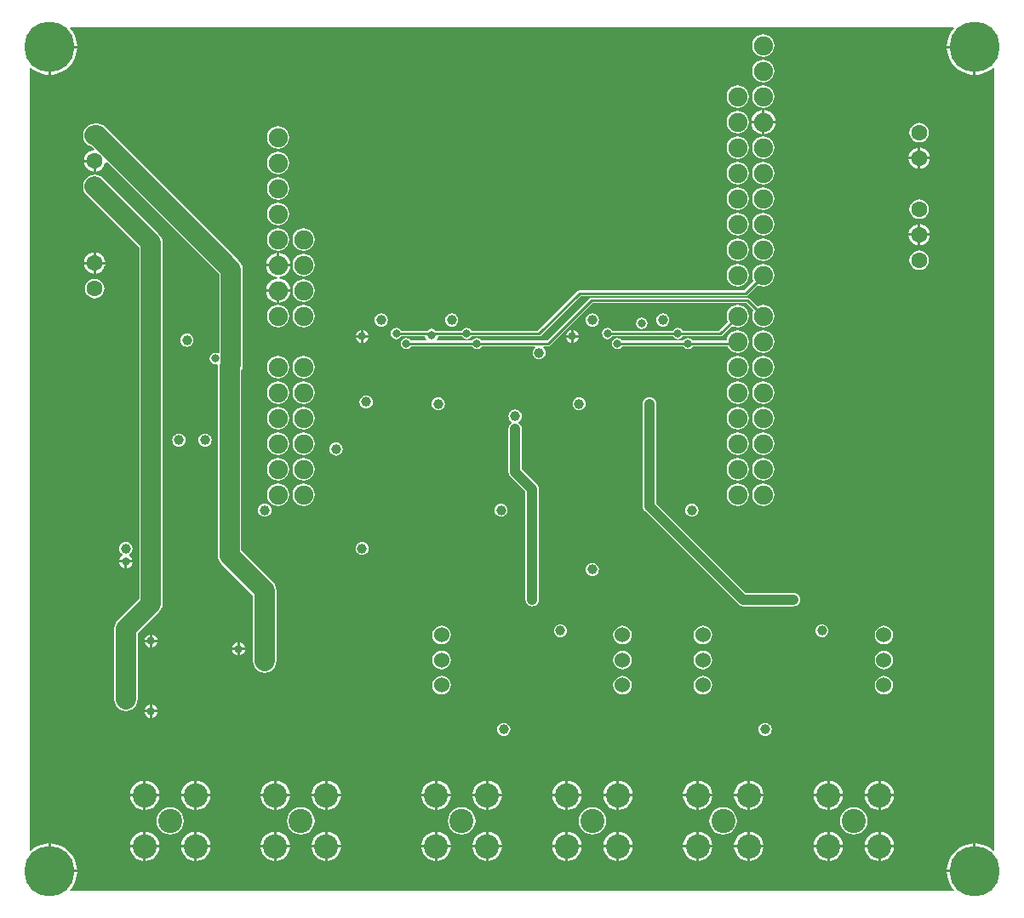
<source format=gbl>
G04 Layer_Physical_Order=4*
G04 Layer_Color=16711680*
%FSLAX25Y25*%
%MOIN*%
G70*
G01*
G75*
%ADD22C,0.00984*%
%ADD24C,0.07874*%
%ADD25C,0.03937*%
%ADD26C,0.19685*%
%ADD27C,0.06000*%
%ADD28C,0.06299*%
%ADD29C,0.07500*%
%ADD30C,0.09449*%
%ADD31C,0.03937*%
%ADD32C,0.03150*%
G36*
X369992Y345957D02*
X369154Y344975D01*
X368262Y343520D01*
X367609Y341944D01*
X367211Y340284D01*
X367116Y339083D01*
X377953D01*
Y338583D01*
X378453D01*
Y327746D01*
X379654Y327840D01*
X381314Y328239D01*
X382890Y328892D01*
X384346Y329784D01*
X385327Y330622D01*
X385827Y330391D01*
X385827Y23939D01*
X385327Y23709D01*
X384346Y24547D01*
X382890Y25439D01*
X381314Y26092D01*
X379654Y26490D01*
X378453Y26585D01*
Y15748D01*
X377953D01*
Y15248D01*
X367116D01*
X367211Y14047D01*
X367609Y12387D01*
X368262Y10810D01*
X369154Y9355D01*
X369992Y8374D01*
X369761Y7874D01*
X23939Y7874D01*
X23709Y8374D01*
X24547Y9355D01*
X25439Y10810D01*
X26092Y12387D01*
X26490Y14047D01*
X26585Y15248D01*
X15748D01*
Y15748D01*
X15248D01*
Y26585D01*
X14047Y26490D01*
X12387Y26092D01*
X10810Y25439D01*
X9355Y24547D01*
X8374Y23709D01*
X7874Y23939D01*
X7874Y330391D01*
X8374Y330622D01*
X9355Y329784D01*
X10810Y328892D01*
X12387Y328239D01*
X14047Y327840D01*
X15248Y327746D01*
Y338583D01*
X15748D01*
Y339083D01*
X26585D01*
X26490Y340284D01*
X26092Y341944D01*
X25439Y343520D01*
X24547Y344975D01*
X23709Y345957D01*
X23939Y346457D01*
X369761Y346457D01*
X369992Y345957D01*
D02*
G37*
%LPC*%
G36*
X269028Y51141D02*
X268033Y51010D01*
X266641Y50433D01*
X265445Y49516D01*
X264527Y48320D01*
X263950Y46927D01*
X263820Y45933D01*
X269028D01*
Y51141D01*
D02*
G37*
G36*
X167665D02*
Y45933D01*
X172873D01*
X172742Y46927D01*
X172166Y48320D01*
X171248Y49516D01*
X170052Y50433D01*
X168660Y51010D01*
X167665Y51141D01*
D02*
G37*
G36*
X270028D02*
Y45933D01*
X275236D01*
X275105Y46927D01*
X274528Y48320D01*
X273610Y49516D01*
X272414Y50433D01*
X271022Y51010D01*
X270028Y51141D01*
D02*
G37*
G36*
X166665D02*
X165671Y51010D01*
X164278Y50433D01*
X163083Y49516D01*
X162165Y48320D01*
X161588Y46927D01*
X161457Y45933D01*
X166665D01*
Y51141D01*
D02*
G37*
G36*
X58700Y44933D02*
X53492D01*
Y39725D01*
X54487Y39856D01*
X55879Y40433D01*
X57075Y41350D01*
X57992Y42546D01*
X58569Y43939D01*
X58700Y44933D01*
D02*
G37*
G36*
X109881D02*
X104673D01*
Y39725D01*
X105668Y39856D01*
X107060Y40433D01*
X108256Y41350D01*
X109174Y42546D01*
X109750Y43939D01*
X109881Y44933D01*
D02*
G37*
G36*
X129881Y44933D02*
X124673D01*
Y39725D01*
X125668Y39856D01*
X127060Y40433D01*
X128256Y41350D01*
X129174Y42546D01*
X129750Y43939D01*
X129881Y44933D01*
D02*
G37*
G36*
X186665Y51141D02*
X185671Y51010D01*
X184279Y50433D01*
X183083Y49516D01*
X182165Y48320D01*
X181588Y46927D01*
X181457Y45933D01*
X186665D01*
Y51141D01*
D02*
G37*
G36*
X290028D02*
Y45933D01*
X295236D01*
X295105Y46927D01*
X294528Y48320D01*
X293610Y49516D01*
X292414Y50433D01*
X291022Y51010D01*
X290028Y51141D01*
D02*
G37*
G36*
X340209D02*
X339214Y51010D01*
X337822Y50433D01*
X336626Y49516D01*
X335708Y48320D01*
X335132Y46927D01*
X335001Y45933D01*
X340209D01*
Y51141D01*
D02*
G37*
G36*
X341209D02*
Y45933D01*
X346417D01*
X346286Y46927D01*
X345709Y48320D01*
X344791Y49516D01*
X343596Y50433D01*
X342203Y51010D01*
X341209Y51141D01*
D02*
G37*
G36*
X289028D02*
X288033Y51010D01*
X286641Y50433D01*
X285445Y49516D01*
X284527Y48320D01*
X283950Y46927D01*
X283820Y45933D01*
X289028D01*
Y51141D01*
D02*
G37*
G36*
X187665D02*
Y45933D01*
X192873D01*
X192742Y46927D01*
X192166Y48320D01*
X191248Y49516D01*
X190052Y50433D01*
X188660Y51010D01*
X187665Y51141D01*
D02*
G37*
G36*
X237846D02*
X236852Y51010D01*
X235460Y50433D01*
X234264Y49516D01*
X233346Y48320D01*
X232769Y46927D01*
X232639Y45933D01*
X237846D01*
Y51141D01*
D02*
G37*
G36*
X238846D02*
Y45933D01*
X244054D01*
X243923Y46927D01*
X243347Y48320D01*
X242429Y49516D01*
X241233Y50433D01*
X239841Y51010D01*
X238846Y51141D01*
D02*
G37*
G36*
X340209Y44933D02*
X335001D01*
X335132Y43939D01*
X335708Y42546D01*
X336626Y41350D01*
X337822Y40433D01*
X339214Y39856D01*
X340209Y39725D01*
Y44933D01*
D02*
G37*
G36*
X346417D02*
X341209D01*
Y39725D01*
X342203Y39856D01*
X343596Y40433D01*
X344791Y41350D01*
X345709Y42546D01*
X346286Y43939D01*
X346417Y44933D01*
D02*
G37*
G36*
X217846Y44933D02*
X212638D01*
X212769Y43939D01*
X213346Y42546D01*
X214264Y41350D01*
X215460Y40433D01*
X216852Y39856D01*
X217846Y39725D01*
Y44933D01*
D02*
G37*
G36*
X295236Y44933D02*
X290028D01*
Y39725D01*
X291022Y39856D01*
X292414Y40433D01*
X293610Y41350D01*
X294528Y42546D01*
X295105Y43939D01*
X295236Y44933D01*
D02*
G37*
G36*
X237846D02*
X232639D01*
X232769Y43939D01*
X233346Y42546D01*
X234264Y41350D01*
X235460Y40433D01*
X236852Y39856D01*
X237846Y39725D01*
Y44933D01*
D02*
G37*
G36*
X244054D02*
X238846D01*
Y39725D01*
X239841Y39856D01*
X241233Y40433D01*
X242429Y41350D01*
X243347Y42546D01*
X243923Y43939D01*
X244054Y44933D01*
D02*
G37*
G36*
X289028D02*
X283820D01*
X283950Y43939D01*
X284527Y42546D01*
X285445Y41350D01*
X286641Y40433D01*
X288033Y39856D01*
X289028Y39725D01*
Y44933D01*
D02*
G37*
G36*
X320209Y44933D02*
X315001D01*
X315132Y43939D01*
X315708Y42546D01*
X316626Y41350D01*
X317822Y40433D01*
X319214Y39856D01*
X320209Y39725D01*
Y44933D01*
D02*
G37*
G36*
X72492D02*
X67284D01*
X67415Y43939D01*
X67992Y42546D01*
X68909Y41350D01*
X70105Y40433D01*
X71498Y39856D01*
X72492Y39725D01*
Y44933D01*
D02*
G37*
G36*
X78700D02*
X73492D01*
Y39725D01*
X74487Y39856D01*
X75879Y40433D01*
X77075Y41350D01*
X77992Y42546D01*
X78569Y43939D01*
X78700Y44933D01*
D02*
G37*
G36*
X123673D02*
X118465D01*
X118596Y43939D01*
X119173Y42546D01*
X120090Y41350D01*
X121286Y40433D01*
X122679Y39856D01*
X123673Y39725D01*
Y44933D01*
D02*
G37*
G36*
X103673Y44933D02*
X98465D01*
X98596Y43939D01*
X99173Y42546D01*
X100091Y41350D01*
X101286Y40433D01*
X102679Y39856D01*
X103673Y39725D01*
Y44933D01*
D02*
G37*
G36*
X172873Y44933D02*
X167665D01*
Y39725D01*
X168660Y39856D01*
X170052Y40433D01*
X171248Y41350D01*
X172166Y42546D01*
X172742Y43939D01*
X172873Y44933D01*
D02*
G37*
G36*
X275236D02*
X270028D01*
Y39725D01*
X271022Y39856D01*
X272414Y40433D01*
X273610Y41350D01*
X274528Y42546D01*
X275105Y43939D01*
X275236Y44933D01*
D02*
G37*
G36*
X52492Y44933D02*
X47284D01*
X47415Y43939D01*
X47992Y42546D01*
X48909Y41350D01*
X50105Y40433D01*
X51498Y39856D01*
X52492Y39725D01*
Y44933D01*
D02*
G37*
G36*
X217846Y51141D02*
X216852Y51010D01*
X215460Y50433D01*
X214264Y49516D01*
X213346Y48320D01*
X212769Y46927D01*
X212638Y45933D01*
X217846D01*
Y51141D01*
D02*
G37*
G36*
X240158Y92220D02*
X239216Y92096D01*
X238339Y91733D01*
X237585Y91155D01*
X237007Y90401D01*
X236644Y89524D01*
X236520Y88583D01*
X236644Y87641D01*
X237007Y86764D01*
X237585Y86011D01*
X238339Y85433D01*
X239216Y85069D01*
X240158Y84945D01*
X241099Y85069D01*
X241976Y85433D01*
X242729Y86011D01*
X243308Y86764D01*
X243671Y87641D01*
X243795Y88583D01*
X243671Y89524D01*
X243308Y90401D01*
X242729Y91155D01*
X241976Y91733D01*
X241099Y92096D01*
X240158Y92220D01*
D02*
G37*
G36*
X271654D02*
X270712Y92096D01*
X269835Y91733D01*
X269081Y91155D01*
X268503Y90401D01*
X268140Y89524D01*
X268016Y88583D01*
X268140Y87641D01*
X268503Y86764D01*
X269081Y86011D01*
X269835Y85433D01*
X270712Y85069D01*
X271654Y84945D01*
X272595Y85069D01*
X273472Y85433D01*
X274226Y86011D01*
X274804Y86764D01*
X275167Y87641D01*
X275291Y88583D01*
X275167Y89524D01*
X274804Y90401D01*
X274226Y91155D01*
X273472Y91733D01*
X272595Y92096D01*
X271654Y92220D01*
D02*
G37*
G36*
X342520D02*
X341578Y92096D01*
X340701Y91733D01*
X339948Y91155D01*
X339370Y90401D01*
X339006Y89524D01*
X338882Y88583D01*
X339006Y87641D01*
X339370Y86764D01*
X339948Y86011D01*
X340701Y85433D01*
X341578Y85069D01*
X342520Y84945D01*
X343461Y85069D01*
X344338Y85433D01*
X345092Y86011D01*
X345670Y86764D01*
X346033Y87641D01*
X346157Y88583D01*
X346033Y89524D01*
X345670Y90401D01*
X345092Y91155D01*
X344338Y91733D01*
X343461Y92096D01*
X342520Y92220D01*
D02*
G37*
G36*
X169291D02*
X168350Y92096D01*
X167473Y91733D01*
X166719Y91155D01*
X166141Y90401D01*
X165778Y89524D01*
X165654Y88583D01*
X165778Y87641D01*
X166141Y86764D01*
X166719Y86011D01*
X167473Y85433D01*
X168350Y85069D01*
X169291Y84945D01*
X170233Y85069D01*
X171110Y85433D01*
X171863Y86011D01*
X172441Y86764D01*
X172805Y87641D01*
X172929Y88583D01*
X172805Y89524D01*
X172441Y90401D01*
X171863Y91155D01*
X171110Y91733D01*
X170233Y92096D01*
X169291Y92220D01*
D02*
G37*
G36*
X33465Y288520D02*
X32278Y288363D01*
X31173Y287906D01*
X30224Y287177D01*
X29496Y286228D01*
X29038Y285123D01*
X28882Y283937D01*
X29038Y282751D01*
X29496Y281646D01*
X30224Y280697D01*
X50929Y259992D01*
Y122371D01*
X42409Y113851D01*
X41681Y112901D01*
X41223Y111796D01*
X41067Y110610D01*
Y83051D01*
X41223Y81865D01*
X41681Y80760D01*
X42409Y79811D01*
X43358Y79083D01*
X44464Y78625D01*
X45650Y78469D01*
X46836Y78625D01*
X47941Y79083D01*
X48890Y79811D01*
X49618Y80760D01*
X50076Y81865D01*
X50232Y83051D01*
Y108712D01*
X58752Y117232D01*
X59480Y118181D01*
X59938Y119286D01*
X60094Y120472D01*
Y261890D01*
X60016Y262483D01*
X59938Y263076D01*
X59480Y264181D01*
X58752Y265130D01*
X36705Y287177D01*
X35756Y287906D01*
X34651Y288363D01*
X33465Y288520D01*
D02*
G37*
G36*
X55012Y80878D02*
X54840Y80855D01*
X54213Y80596D01*
X53675Y80183D01*
X53263Y79645D01*
X53003Y79019D01*
X52981Y78847D01*
X55012D01*
Y80878D01*
D02*
G37*
G36*
X56012D02*
Y78847D01*
X58043D01*
X58020Y79019D01*
X57761Y79645D01*
X57348Y80183D01*
X56810Y80596D01*
X56184Y80855D01*
X56012Y80878D01*
D02*
G37*
G36*
X169291Y102063D02*
X168350Y101939D01*
X167473Y101575D01*
X166719Y100997D01*
X166141Y100244D01*
X165778Y99367D01*
X165654Y98425D01*
X165778Y97484D01*
X166141Y96606D01*
X166719Y95853D01*
X167473Y95275D01*
X168350Y94912D01*
X169291Y94788D01*
X170233Y94912D01*
X171110Y95275D01*
X171863Y95853D01*
X172441Y96606D01*
X172805Y97484D01*
X172929Y98425D01*
X172805Y99367D01*
X172441Y100244D01*
X171863Y100997D01*
X171110Y101575D01*
X170233Y101939D01*
X169291Y102063D01*
D02*
G37*
G36*
X92295Y102256D02*
X90264D01*
Y100225D01*
X90436Y100247D01*
X91062Y100507D01*
X91600Y100919D01*
X92013Y101457D01*
X92272Y102084D01*
X92295Y102256D01*
D02*
G37*
G36*
X89264Y105287D02*
X89092Y105264D01*
X88465Y105005D01*
X87927Y104592D01*
X87515Y104054D01*
X87255Y103428D01*
X87233Y103256D01*
X89264D01*
Y105287D01*
D02*
G37*
G36*
X90264D02*
Y103256D01*
X92295D01*
X92272Y103428D01*
X92013Y104054D01*
X91600Y104592D01*
X91062Y105005D01*
X90436Y105264D01*
X90264Y105287D01*
D02*
G37*
G36*
X89264Y102256D02*
X87233D01*
X87255Y102084D01*
X87515Y101457D01*
X87927Y100919D01*
X88465Y100507D01*
X89092Y100247D01*
X89264Y100225D01*
Y102256D01*
D02*
G37*
G36*
X240158Y102063D02*
X239216Y101939D01*
X238339Y101575D01*
X237585Y100997D01*
X237007Y100244D01*
X236644Y99367D01*
X236520Y98425D01*
X236644Y97484D01*
X237007Y96606D01*
X237585Y95853D01*
X238339Y95275D01*
X239216Y94912D01*
X240158Y94788D01*
X241099Y94912D01*
X241976Y95275D01*
X242729Y95853D01*
X243308Y96606D01*
X243671Y97484D01*
X243795Y98425D01*
X243671Y99367D01*
X243308Y100244D01*
X242729Y100997D01*
X241976Y101575D01*
X241099Y101939D01*
X240158Y102063D01*
D02*
G37*
G36*
X271654D02*
X270712Y101939D01*
X269835Y101575D01*
X269081Y100997D01*
X268503Y100244D01*
X268140Y99367D01*
X268016Y98425D01*
X268140Y97484D01*
X268503Y96606D01*
X269081Y95853D01*
X269835Y95275D01*
X270712Y94912D01*
X271654Y94788D01*
X272595Y94912D01*
X273472Y95275D01*
X274226Y95853D01*
X274804Y96606D01*
X275167Y97484D01*
X275291Y98425D01*
X275167Y99367D01*
X274804Y100244D01*
X274226Y100997D01*
X273472Y101575D01*
X272595Y101939D01*
X271654Y102063D01*
D02*
G37*
G36*
X342520D02*
X341578Y101939D01*
X340701Y101575D01*
X339948Y100997D01*
X339370Y100244D01*
X339006Y99367D01*
X338882Y98425D01*
X339006Y97484D01*
X339370Y96606D01*
X339948Y95853D01*
X340701Y95275D01*
X341578Y94912D01*
X342520Y94788D01*
X343461Y94912D01*
X344338Y95275D01*
X345092Y95853D01*
X345670Y96606D01*
X346033Y97484D01*
X346157Y98425D01*
X346033Y99367D01*
X345670Y100244D01*
X345092Y100997D01*
X344338Y101575D01*
X343461Y101939D01*
X342520Y102063D01*
D02*
G37*
G36*
X124673Y51141D02*
Y45933D01*
X129881D01*
X129750Y46927D01*
X129174Y48320D01*
X128256Y49516D01*
X127060Y50433D01*
X125668Y51010D01*
X124673Y51141D01*
D02*
G37*
G36*
X218847Y51141D02*
Y45933D01*
X224054D01*
X223923Y46927D01*
X223347Y48320D01*
X222429Y49516D01*
X221233Y50433D01*
X219841Y51010D01*
X218847Y51141D01*
D02*
G37*
G36*
X321209D02*
Y45933D01*
X326417D01*
X326286Y46927D01*
X325709Y48320D01*
X324791Y49516D01*
X323596Y50433D01*
X322203Y51010D01*
X321209Y51141D01*
D02*
G37*
G36*
X123673Y51141D02*
X122679Y51010D01*
X121286Y50433D01*
X120090Y49516D01*
X119173Y48320D01*
X118596Y46927D01*
X118465Y45933D01*
X123673D01*
Y51141D01*
D02*
G37*
G36*
X320209Y51141D02*
X319214Y51010D01*
X317822Y50433D01*
X316626Y49516D01*
X315708Y48320D01*
X315132Y46927D01*
X315001Y45933D01*
X320209D01*
Y51141D01*
D02*
G37*
G36*
X72492Y51141D02*
X71498Y51010D01*
X70105Y50433D01*
X68909Y49516D01*
X67992Y48320D01*
X67415Y46927D01*
X67284Y45933D01*
X72492D01*
Y51141D01*
D02*
G37*
G36*
X73492D02*
Y45933D01*
X78700D01*
X78569Y46927D01*
X77992Y48320D01*
X77075Y49516D01*
X75879Y50433D01*
X74487Y51010D01*
X73492Y51141D01*
D02*
G37*
G36*
X52492D02*
X51498Y51010D01*
X50105Y50433D01*
X48909Y49516D01*
X47992Y48320D01*
X47415Y46927D01*
X47284Y45933D01*
X52492D01*
Y51141D01*
D02*
G37*
G36*
X295965Y73837D02*
X295292Y73749D01*
X294666Y73489D01*
X294128Y73076D01*
X293716Y72539D01*
X293456Y71912D01*
X293368Y71240D01*
X293456Y70568D01*
X293716Y69942D01*
X294128Y69404D01*
X294666Y68991D01*
X295292Y68732D01*
X295965Y68643D01*
X296637Y68732D01*
X297263Y68991D01*
X297801Y69404D01*
X298214Y69942D01*
X298473Y70568D01*
X298562Y71240D01*
X298473Y71912D01*
X298214Y72539D01*
X297801Y73076D01*
X297263Y73489D01*
X296637Y73749D01*
X295965Y73837D01*
D02*
G37*
G36*
X55012Y77846D02*
X52981D01*
X53003Y77674D01*
X53263Y77048D01*
X53675Y76510D01*
X54213Y76097D01*
X54840Y75838D01*
X55012Y75815D01*
Y77846D01*
D02*
G37*
G36*
X58043D02*
X56012D01*
Y75815D01*
X56184Y75838D01*
X56810Y76097D01*
X57348Y76510D01*
X57761Y77048D01*
X58020Y77674D01*
X58043Y77846D01*
D02*
G37*
G36*
X193602Y73837D02*
X192930Y73749D01*
X192304Y73489D01*
X191766Y73076D01*
X191353Y72539D01*
X191094Y71912D01*
X191005Y71240D01*
X191094Y70568D01*
X191353Y69942D01*
X191766Y69404D01*
X192304Y68991D01*
X192930Y68732D01*
X193602Y68643D01*
X194274Y68732D01*
X194901Y68991D01*
X195439Y69404D01*
X195852Y69942D01*
X196111Y70568D01*
X196199Y71240D01*
X196111Y71912D01*
X195852Y72539D01*
X195439Y73076D01*
X194901Y73489D01*
X194274Y73749D01*
X193602Y73837D01*
D02*
G37*
G36*
X103673Y51141D02*
X102679Y51010D01*
X101286Y50433D01*
X100091Y49516D01*
X99173Y48320D01*
X98596Y46927D01*
X98465Y45933D01*
X103673D01*
Y51141D01*
D02*
G37*
G36*
X53492D02*
Y45933D01*
X58700D01*
X58569Y46927D01*
X57992Y48320D01*
X57075Y49516D01*
X55879Y50433D01*
X54487Y51010D01*
X53492Y51141D01*
D02*
G37*
G36*
X104673D02*
Y45933D01*
X109881D01*
X109750Y46927D01*
X109174Y48320D01*
X108256Y49516D01*
X107060Y50433D01*
X105668Y51010D01*
X104673Y51141D01*
D02*
G37*
G36*
X192873Y44933D02*
X187665D01*
Y39725D01*
X188660Y39856D01*
X190052Y40433D01*
X191248Y41350D01*
X192166Y42546D01*
X192742Y43939D01*
X192873Y44933D01*
D02*
G37*
G36*
X129881Y24933D02*
X124673D01*
Y19725D01*
X125668Y19856D01*
X127060Y20433D01*
X128256Y21350D01*
X129174Y22546D01*
X129750Y23939D01*
X129881Y24933D01*
D02*
G37*
G36*
X52492Y24933D02*
X47284D01*
X47415Y23939D01*
X47992Y22546D01*
X48909Y21350D01*
X50105Y20433D01*
X51498Y19856D01*
X52492Y19725D01*
Y24933D01*
D02*
G37*
G36*
X103673D02*
X98465D01*
X98596Y23939D01*
X99173Y22546D01*
X100091Y21350D01*
X101286Y20433D01*
X102679Y19856D01*
X103673Y19725D01*
Y24933D01*
D02*
G37*
G36*
X78700Y24933D02*
X73492D01*
Y19725D01*
X74487Y19856D01*
X75879Y20433D01*
X77075Y21350D01*
X77992Y22546D01*
X78569Y23939D01*
X78700Y24933D01*
D02*
G37*
G36*
X320209Y24933D02*
X315001D01*
X315132Y23939D01*
X315708Y22546D01*
X316626Y21350D01*
X317822Y20433D01*
X319214Y19856D01*
X320209Y19725D01*
Y24933D01*
D02*
G37*
G36*
X172873D02*
X167665D01*
Y19725D01*
X168660Y19856D01*
X170052Y20433D01*
X171248Y21350D01*
X172166Y22546D01*
X172742Y23939D01*
X172873Y24933D01*
D02*
G37*
G36*
X275236D02*
X270028D01*
Y19725D01*
X271022Y19856D01*
X272414Y20433D01*
X273610Y21350D01*
X274528Y22546D01*
X275105Y23939D01*
X275236Y24933D01*
D02*
G37*
G36*
X58700Y24933D02*
X53492D01*
Y19725D01*
X54487Y19856D01*
X55879Y20433D01*
X57075Y21350D01*
X57992Y22546D01*
X58569Y23939D01*
X58700Y24933D01*
D02*
G37*
G36*
X340209Y31141D02*
X339214Y31010D01*
X337822Y30433D01*
X336626Y29516D01*
X335708Y28320D01*
X335132Y26927D01*
X335001Y25933D01*
X340209D01*
Y31141D01*
D02*
G37*
G36*
X238846D02*
Y25933D01*
X244054D01*
X243923Y26927D01*
X243347Y28320D01*
X242429Y29516D01*
X241233Y30433D01*
X239841Y31010D01*
X238846Y31141D01*
D02*
G37*
G36*
X341209D02*
Y25933D01*
X346417D01*
X346286Y26927D01*
X345709Y28320D01*
X344791Y29516D01*
X343596Y30433D01*
X342203Y31010D01*
X341209Y31141D01*
D02*
G37*
G36*
X237846D02*
X236852Y31010D01*
X235460Y30433D01*
X234264Y29516D01*
X233346Y28320D01*
X232769Y26927D01*
X232639Y25933D01*
X237846D01*
Y31141D01*
D02*
G37*
G36*
X109881Y24933D02*
X104673D01*
Y19725D01*
X105668Y19856D01*
X107060Y20433D01*
X108256Y21350D01*
X109174Y22546D01*
X109750Y23939D01*
X109881Y24933D01*
D02*
G37*
G36*
X123673Y24933D02*
X118465D01*
X118596Y23939D01*
X119173Y22546D01*
X120090Y21350D01*
X121286Y20433D01*
X122679Y19856D01*
X123673Y19725D01*
Y24933D01*
D02*
G37*
G36*
X72492D02*
X67284D01*
X67415Y23939D01*
X67992Y22546D01*
X68909Y21350D01*
X70105Y20433D01*
X71498Y19856D01*
X72492Y19725D01*
Y24933D01*
D02*
G37*
G36*
X224054Y24933D02*
X218847D01*
Y19725D01*
X219841Y19856D01*
X221233Y20433D01*
X222429Y21350D01*
X223347Y22546D01*
X223923Y23939D01*
X224054Y24933D01*
D02*
G37*
G36*
X326417D02*
X321209D01*
Y19725D01*
X322203Y19856D01*
X323596Y20433D01*
X324791Y21350D01*
X325709Y22546D01*
X326286Y23939D01*
X326417Y24933D01*
D02*
G37*
G36*
X186665Y24933D02*
X181457D01*
X181588Y23939D01*
X182165Y22546D01*
X183083Y21350D01*
X184279Y20433D01*
X185671Y19856D01*
X186665Y19725D01*
Y24933D01*
D02*
G37*
G36*
X269028Y24933D02*
X263820D01*
X263950Y23939D01*
X264527Y22546D01*
X265445Y21350D01*
X266641Y20433D01*
X268033Y19856D01*
X269028Y19725D01*
Y24933D01*
D02*
G37*
G36*
X16248Y26585D02*
Y16248D01*
X26585D01*
X26490Y17449D01*
X26092Y19109D01*
X25439Y20686D01*
X24547Y22141D01*
X23439Y23439D01*
X22141Y24547D01*
X20686Y25439D01*
X19109Y26092D01*
X17449Y26490D01*
X16248Y26585D01*
D02*
G37*
G36*
X377453D02*
X376251Y26490D01*
X374592Y26092D01*
X373015Y25439D01*
X371560Y24547D01*
X370262Y23439D01*
X369154Y22141D01*
X368262Y20686D01*
X367609Y19109D01*
X367211Y17449D01*
X367116Y16248D01*
X377453D01*
Y26585D01*
D02*
G37*
G36*
X166665Y24933D02*
X161457D01*
X161588Y23939D01*
X162165Y22546D01*
X163083Y21350D01*
X164278Y20433D01*
X165671Y19856D01*
X166665Y19725D01*
Y24933D01*
D02*
G37*
G36*
X289028Y24933D02*
X283820D01*
X283950Y23939D01*
X284527Y22546D01*
X285445Y21350D01*
X286641Y20433D01*
X288033Y19856D01*
X289028Y19725D01*
Y24933D01*
D02*
G37*
G36*
X192873D02*
X187665D01*
Y19725D01*
X188660Y19856D01*
X190052Y20433D01*
X191248Y21350D01*
X192166Y22546D01*
X192742Y23939D01*
X192873Y24933D01*
D02*
G37*
G36*
X295236D02*
X290028D01*
Y19725D01*
X291022Y19856D01*
X292414Y20433D01*
X293610Y21350D01*
X294528Y22546D01*
X295105Y23939D01*
X295236Y24933D01*
D02*
G37*
G36*
X217846Y24933D02*
X212638D01*
X212769Y23939D01*
X213346Y22546D01*
X214264Y21350D01*
X215460Y20433D01*
X216852Y19856D01*
X217846Y19725D01*
Y24933D01*
D02*
G37*
G36*
X340209Y24933D02*
X335001D01*
X335132Y23939D01*
X335708Y22546D01*
X336626Y21350D01*
X337822Y20433D01*
X339214Y19856D01*
X340209Y19725D01*
Y24933D01*
D02*
G37*
G36*
X244054D02*
X238846D01*
Y19725D01*
X239841Y19856D01*
X241233Y20433D01*
X242429Y21350D01*
X243347Y22546D01*
X243923Y23939D01*
X244054Y24933D01*
D02*
G37*
G36*
X346417D02*
X341209D01*
Y19725D01*
X342203Y19856D01*
X343596Y20433D01*
X344791Y21350D01*
X345709Y22546D01*
X346286Y23939D01*
X346417Y24933D01*
D02*
G37*
G36*
X237846D02*
X232639D01*
X232769Y23939D01*
X233346Y22546D01*
X234264Y21350D01*
X235460Y20433D01*
X236852Y19856D01*
X237846Y19725D01*
Y24933D01*
D02*
G37*
G36*
X166665Y31141D02*
X165671Y31010D01*
X164278Y30433D01*
X163083Y29516D01*
X162165Y28320D01*
X161588Y26927D01*
X161457Y25933D01*
X166665D01*
Y31141D01*
D02*
G37*
G36*
X177165Y40810D02*
X175774Y40627D01*
X174477Y40089D01*
X173363Y39235D01*
X172509Y38121D01*
X171972Y36825D01*
X171789Y35433D01*
X171972Y34042D01*
X172509Y32745D01*
X173363Y31631D01*
X174477Y30777D01*
X175774Y30240D01*
X177165Y30056D01*
X178557Y30240D01*
X179854Y30777D01*
X180967Y31631D01*
X181822Y32745D01*
X182359Y34042D01*
X182542Y35433D01*
X182359Y36825D01*
X181822Y38121D01*
X180967Y39235D01*
X179854Y40089D01*
X178557Y40627D01*
X177165Y40810D01*
D02*
G37*
G36*
X228346D02*
X226955Y40627D01*
X225658Y40089D01*
X224545Y39235D01*
X223690Y38121D01*
X223153Y36825D01*
X222970Y35433D01*
X223153Y34042D01*
X223690Y32745D01*
X224545Y31631D01*
X225658Y30777D01*
X226955Y30240D01*
X228346Y30056D01*
X229738Y30240D01*
X231035Y30777D01*
X232148Y31631D01*
X233003Y32745D01*
X233540Y34042D01*
X233723Y35433D01*
X233540Y36825D01*
X233003Y38121D01*
X232148Y39235D01*
X231035Y40089D01*
X229738Y40627D01*
X228346Y40810D01*
D02*
G37*
G36*
X279528D02*
X278136Y40627D01*
X276839Y40089D01*
X275726Y39235D01*
X274871Y38121D01*
X274334Y36825D01*
X274151Y35433D01*
X274334Y34042D01*
X274871Y32745D01*
X275726Y31631D01*
X276839Y30777D01*
X278136Y30240D01*
X279528Y30056D01*
X280919Y30240D01*
X282216Y30777D01*
X283330Y31631D01*
X284184Y32745D01*
X284721Y34042D01*
X284904Y35433D01*
X284721Y36825D01*
X284184Y38121D01*
X283330Y39235D01*
X282216Y40089D01*
X280919Y40627D01*
X279528Y40810D01*
D02*
G37*
G36*
X104673Y31141D02*
Y25933D01*
X109881D01*
X109750Y26927D01*
X109174Y28320D01*
X108256Y29516D01*
X107060Y30433D01*
X105668Y31010D01*
X104673Y31141D01*
D02*
G37*
G36*
X52492D02*
X51498Y31010D01*
X50105Y30433D01*
X48909Y29516D01*
X47992Y28320D01*
X47415Y26927D01*
X47284Y25933D01*
X52492D01*
Y31141D01*
D02*
G37*
G36*
X103673D02*
X102679Y31010D01*
X101286Y30433D01*
X100091Y29516D01*
X99173Y28320D01*
X98596Y26927D01*
X98465Y25933D01*
X103673D01*
Y31141D01*
D02*
G37*
G36*
X53492D02*
Y25933D01*
X58700D01*
X58569Y26927D01*
X57992Y28320D01*
X57075Y29516D01*
X55879Y30433D01*
X54487Y31010D01*
X53492Y31141D01*
D02*
G37*
G36*
X330709Y40810D02*
X329317Y40627D01*
X328020Y40089D01*
X326907Y39235D01*
X326052Y38121D01*
X325515Y36825D01*
X325332Y35433D01*
X325515Y34042D01*
X326052Y32745D01*
X326907Y31631D01*
X328020Y30777D01*
X329317Y30240D01*
X330709Y30056D01*
X332100Y30240D01*
X333397Y30777D01*
X334511Y31631D01*
X335365Y32745D01*
X335902Y34042D01*
X336085Y35433D01*
X335902Y36825D01*
X335365Y38121D01*
X334511Y39235D01*
X333397Y40089D01*
X332100Y40627D01*
X330709Y40810D01*
D02*
G37*
G36*
X224054Y44933D02*
X218847D01*
Y39725D01*
X219841Y39856D01*
X221233Y40433D01*
X222429Y41350D01*
X223347Y42546D01*
X223923Y43939D01*
X224054Y44933D01*
D02*
G37*
G36*
X326417D02*
X321209D01*
Y39725D01*
X322203Y39856D01*
X323596Y40433D01*
X324791Y41350D01*
X325709Y42546D01*
X326286Y43939D01*
X326417Y44933D01*
D02*
G37*
G36*
X186665Y44933D02*
X181457D01*
X181588Y43939D01*
X182165Y42546D01*
X183083Y41350D01*
X184279Y40433D01*
X185671Y39856D01*
X186665Y39725D01*
Y44933D01*
D02*
G37*
G36*
X269028Y44933D02*
X263820D01*
X263950Y43939D01*
X264527Y42546D01*
X265445Y41350D01*
X266641Y40433D01*
X268033Y39856D01*
X269028Y39725D01*
Y44933D01*
D02*
G37*
G36*
X62992Y40810D02*
X61601Y40627D01*
X60304Y40089D01*
X59190Y39235D01*
X58336Y38121D01*
X57799Y36825D01*
X57615Y35433D01*
X57799Y34042D01*
X58336Y32745D01*
X59190Y31631D01*
X60304Y30777D01*
X61601Y30240D01*
X62992Y30056D01*
X64384Y30240D01*
X65680Y30777D01*
X66794Y31631D01*
X67649Y32745D01*
X68186Y34042D01*
X68369Y35433D01*
X68186Y36825D01*
X67649Y38121D01*
X66794Y39235D01*
X65680Y40089D01*
X64384Y40627D01*
X62992Y40810D01*
D02*
G37*
G36*
X114173D02*
X112782Y40627D01*
X111485Y40089D01*
X110371Y39235D01*
X109517Y38121D01*
X108980Y36825D01*
X108797Y35433D01*
X108980Y34042D01*
X109517Y32745D01*
X110371Y31631D01*
X111485Y30777D01*
X112782Y30240D01*
X114173Y30056D01*
X115565Y30240D01*
X116862Y30777D01*
X117975Y31631D01*
X118830Y32745D01*
X119367Y34042D01*
X119550Y35433D01*
X119367Y36825D01*
X118830Y38121D01*
X117975Y39235D01*
X116862Y40089D01*
X115565Y40627D01*
X114173Y40810D01*
D02*
G37*
G36*
X166665Y44933D02*
X161457D01*
X161588Y43939D01*
X162165Y42546D01*
X163083Y41350D01*
X164278Y40433D01*
X165671Y39856D01*
X166665Y39725D01*
Y44933D01*
D02*
G37*
G36*
X321209Y31141D02*
Y25933D01*
X326417D01*
X326286Y26927D01*
X325709Y28320D01*
X324791Y29516D01*
X323596Y30433D01*
X322203Y31010D01*
X321209Y31141D01*
D02*
G37*
G36*
X167665Y31141D02*
Y25933D01*
X172873D01*
X172742Y26927D01*
X172166Y28320D01*
X171248Y29516D01*
X170052Y30433D01*
X168660Y31010D01*
X167665Y31141D01*
D02*
G37*
G36*
X270028D02*
Y25933D01*
X275236D01*
X275105Y26927D01*
X274528Y28320D01*
X273610Y29516D01*
X272414Y30433D01*
X271022Y31010D01*
X270028Y31141D01*
D02*
G37*
G36*
X218847Y31141D02*
Y25933D01*
X224054D01*
X223923Y26927D01*
X223347Y28320D01*
X222429Y29516D01*
X221233Y30433D01*
X219841Y31010D01*
X218847Y31141D01*
D02*
G37*
G36*
X269028D02*
X268033Y31010D01*
X266641Y30433D01*
X265445Y29516D01*
X264527Y28320D01*
X263950Y26927D01*
X263820Y25933D01*
X269028D01*
Y31141D01*
D02*
G37*
G36*
X217846Y31141D02*
X216852Y31010D01*
X215460Y30433D01*
X214264Y29516D01*
X213346Y28320D01*
X212769Y26927D01*
X212638Y25933D01*
X217846D01*
Y31141D01*
D02*
G37*
G36*
X320209D02*
X319214Y31010D01*
X317822Y30433D01*
X316626Y29516D01*
X315708Y28320D01*
X315132Y26927D01*
X315001Y25933D01*
X320209D01*
Y31141D01*
D02*
G37*
G36*
X186665D02*
X185671Y31010D01*
X184279Y30433D01*
X183083Y29516D01*
X182165Y28320D01*
X181588Y26927D01*
X181457Y25933D01*
X186665D01*
Y31141D01*
D02*
G37*
G36*
X123673Y31141D02*
X122679Y31010D01*
X121286Y30433D01*
X120090Y29516D01*
X119173Y28320D01*
X118596Y26927D01*
X118465Y25933D01*
X123673D01*
Y31141D01*
D02*
G37*
G36*
X73492D02*
Y25933D01*
X78700D01*
X78569Y26927D01*
X77992Y28320D01*
X77075Y29516D01*
X75879Y30433D01*
X74487Y31010D01*
X73492Y31141D01*
D02*
G37*
G36*
X124673D02*
Y25933D01*
X129881D01*
X129750Y26927D01*
X129174Y28320D01*
X128256Y29516D01*
X127060Y30433D01*
X125668Y31010D01*
X124673Y31141D01*
D02*
G37*
G36*
X72492D02*
X71498Y31010D01*
X70105Y30433D01*
X68909Y29516D01*
X67992Y28320D01*
X67415Y26927D01*
X67284Y25933D01*
X72492D01*
Y31141D01*
D02*
G37*
G36*
X289028Y31141D02*
X288033Y31010D01*
X286641Y30433D01*
X285445Y29516D01*
X284527Y28320D01*
X283950Y26927D01*
X283820Y25933D01*
X289028D01*
Y31141D01*
D02*
G37*
G36*
X187665D02*
Y25933D01*
X192873D01*
X192742Y26927D01*
X192166Y28320D01*
X191248Y29516D01*
X190052Y30433D01*
X188660Y31010D01*
X187665Y31141D01*
D02*
G37*
G36*
X290028D02*
Y25933D01*
X295236D01*
X295105Y26927D01*
X294528Y28320D01*
X293610Y29516D01*
X292414Y30433D01*
X291022Y31010D01*
X290028Y31141D01*
D02*
G37*
G36*
X104776Y257875D02*
X104036Y257777D01*
X102880Y257299D01*
X101888Y256537D01*
X101127Y255545D01*
X100648Y254390D01*
X100550Y253650D01*
X104776D01*
Y257875D01*
D02*
G37*
G36*
X105776D02*
Y253650D01*
X110001D01*
X109903Y254390D01*
X109425Y255545D01*
X108663Y256537D01*
X107671Y257299D01*
X106516Y257777D01*
X105776Y257875D01*
D02*
G37*
G36*
X32965Y258057D02*
X32381Y257980D01*
X31372Y257562D01*
X30505Y256896D01*
X29840Y256030D01*
X29422Y255020D01*
X29345Y254437D01*
X32965D01*
Y258057D01*
D02*
G37*
G36*
X356299Y258906D02*
X355319Y258777D01*
X354405Y258399D01*
X353621Y257797D01*
X353018Y257012D01*
X352640Y256099D01*
X352511Y255118D01*
X352640Y254138D01*
X353018Y253224D01*
X353621Y252439D01*
X354405Y251837D01*
X355319Y251459D01*
X356299Y251330D01*
X357280Y251459D01*
X358193Y251837D01*
X358978Y252439D01*
X359580Y253224D01*
X359958Y254138D01*
X360087Y255118D01*
X359958Y256099D01*
X359580Y257012D01*
X358978Y257797D01*
X358193Y258399D01*
X357280Y258777D01*
X356299Y258906D01*
D02*
G37*
G36*
X115276Y257543D02*
X114138Y257394D01*
X113079Y256955D01*
X112169Y256257D01*
X111470Y255346D01*
X111031Y254287D01*
X110882Y253150D01*
X111031Y252012D01*
X111470Y250953D01*
X112169Y250043D01*
X113079Y249344D01*
X114138Y248905D01*
X115276Y248756D01*
X116413Y248905D01*
X117473Y249344D01*
X118383Y250043D01*
X119081Y250953D01*
X119520Y252012D01*
X119669Y253150D01*
X119520Y254287D01*
X119081Y255346D01*
X118383Y256257D01*
X117473Y256955D01*
X116413Y257394D01*
X115276Y257543D01*
D02*
G37*
G36*
X32965Y253437D02*
X29345D01*
X29422Y252854D01*
X29840Y251844D01*
X30505Y250977D01*
X31372Y250312D01*
X32381Y249894D01*
X32965Y249817D01*
Y253437D01*
D02*
G37*
G36*
X37584D02*
X33965D01*
Y249817D01*
X34548Y249894D01*
X35557Y250312D01*
X36424Y250977D01*
X37089Y251844D01*
X37507Y252854D01*
X37584Y253437D01*
D02*
G37*
G36*
X33965Y258057D02*
Y254437D01*
X37584D01*
X37507Y255020D01*
X37089Y256030D01*
X36424Y256896D01*
X35557Y257562D01*
X34548Y257980D01*
X33965Y258057D01*
D02*
G37*
G36*
X360419Y264618D02*
X356799D01*
Y260999D01*
X357382Y261075D01*
X358392Y261493D01*
X359259Y262159D01*
X359924Y263025D01*
X360342Y264035D01*
X360419Y264618D01*
D02*
G37*
G36*
X355799D02*
X352180D01*
X352256Y264035D01*
X352675Y263025D01*
X353340Y262159D01*
X354206Y261493D01*
X355216Y261075D01*
X355799Y260999D01*
Y264618D01*
D02*
G37*
G36*
X285276Y273544D02*
X284138Y273394D01*
X283079Y272955D01*
X282169Y272257D01*
X281470Y271346D01*
X281031Y270287D01*
X280882Y269150D01*
X281031Y268012D01*
X281470Y266953D01*
X282169Y266043D01*
X283079Y265344D01*
X284138Y264905D01*
X285276Y264756D01*
X286413Y264905D01*
X287473Y265344D01*
X288383Y266043D01*
X289081Y266953D01*
X289520Y268012D01*
X289669Y269150D01*
X289520Y270287D01*
X289081Y271346D01*
X288383Y272257D01*
X287473Y272955D01*
X286413Y273394D01*
X285276Y273544D01*
D02*
G37*
G36*
X115276Y267544D02*
X114138Y267394D01*
X113079Y266955D01*
X112169Y266257D01*
X111470Y265347D01*
X111031Y264287D01*
X110882Y263150D01*
X111031Y262012D01*
X111470Y260953D01*
X112169Y260043D01*
X113079Y259344D01*
X114138Y258905D01*
X115276Y258756D01*
X116413Y258905D01*
X117473Y259344D01*
X118383Y260043D01*
X119081Y260953D01*
X119520Y262012D01*
X119669Y263150D01*
X119520Y264287D01*
X119081Y265347D01*
X118383Y266257D01*
X117473Y266955D01*
X116413Y267394D01*
X115276Y267544D01*
D02*
G37*
G36*
X285276Y263544D02*
X284138Y263394D01*
X283079Y262955D01*
X282169Y262257D01*
X281470Y261347D01*
X281031Y260287D01*
X280882Y259150D01*
X281031Y258012D01*
X281470Y256953D01*
X282169Y256043D01*
X283079Y255344D01*
X284138Y254905D01*
X285276Y254756D01*
X286413Y254905D01*
X287473Y255344D01*
X288383Y256043D01*
X289081Y256953D01*
X289520Y258012D01*
X289669Y259150D01*
X289520Y260287D01*
X289081Y261347D01*
X288383Y262257D01*
X287473Y262955D01*
X286413Y263394D01*
X285276Y263544D01*
D02*
G37*
G36*
X295276D02*
X294138Y263394D01*
X293079Y262955D01*
X292169Y262257D01*
X291470Y261347D01*
X291031Y260287D01*
X290882Y259150D01*
X291031Y258012D01*
X291470Y256953D01*
X292169Y256043D01*
X293079Y255344D01*
X294138Y254905D01*
X295276Y254756D01*
X296413Y254905D01*
X297473Y255344D01*
X298382Y256043D01*
X299081Y256953D01*
X299520Y258012D01*
X299670Y259150D01*
X299520Y260287D01*
X299081Y261347D01*
X298382Y262257D01*
X297473Y262955D01*
X296413Y263394D01*
X295276Y263544D01*
D02*
G37*
G36*
X105276Y267544D02*
X104138Y267394D01*
X103079Y266955D01*
X102169Y266257D01*
X101470Y265347D01*
X101031Y264287D01*
X100882Y263150D01*
X101031Y262012D01*
X101470Y260953D01*
X102169Y260043D01*
X103079Y259344D01*
X104138Y258905D01*
X105276Y258756D01*
X106413Y258905D01*
X107473Y259344D01*
X108382Y260043D01*
X109081Y260953D01*
X109520Y262012D01*
X109669Y263150D01*
X109520Y264287D01*
X109081Y265347D01*
X108382Y266257D01*
X107473Y266955D01*
X106413Y267394D01*
X105276Y267544D01*
D02*
G37*
G36*
X145669Y234211D02*
X144997Y234123D01*
X144371Y233863D01*
X143833Y233451D01*
X143420Y232913D01*
X143161Y232286D01*
X143072Y231614D01*
X143161Y230942D01*
X143420Y230316D01*
X143833Y229778D01*
X144371Y229365D01*
X144997Y229106D01*
X145669Y229017D01*
X146342Y229106D01*
X146968Y229365D01*
X147506Y229778D01*
X147918Y230316D01*
X148178Y230942D01*
X148266Y231614D01*
X148178Y232286D01*
X147918Y232913D01*
X147506Y233451D01*
X146968Y233863D01*
X146342Y234123D01*
X145669Y234211D01*
D02*
G37*
G36*
X173228D02*
X172556Y234123D01*
X171930Y233863D01*
X171392Y233451D01*
X170979Y232913D01*
X170720Y232286D01*
X170631Y231614D01*
X170720Y230942D01*
X170979Y230316D01*
X171392Y229778D01*
X171930Y229365D01*
X172556Y229106D01*
X173228Y229017D01*
X173900Y229106D01*
X174527Y229365D01*
X175065Y229778D01*
X175477Y230316D01*
X175737Y230942D01*
X175825Y231614D01*
X175737Y232286D01*
X175477Y232913D01*
X175065Y233451D01*
X174527Y233863D01*
X173900Y234123D01*
X173228Y234211D01*
D02*
G37*
G36*
X228346D02*
X227674Y234123D01*
X227048Y233863D01*
X226510Y233451D01*
X226097Y232913D01*
X225838Y232286D01*
X225749Y231614D01*
X225838Y230942D01*
X226097Y230316D01*
X226510Y229778D01*
X227048Y229365D01*
X227674Y229106D01*
X228346Y229017D01*
X229019Y229106D01*
X229645Y229365D01*
X230183Y229778D01*
X230596Y230316D01*
X230855Y230942D01*
X230943Y231614D01*
X230855Y232286D01*
X230596Y232913D01*
X230183Y233451D01*
X229645Y233863D01*
X229019Y234123D01*
X228346Y234211D01*
D02*
G37*
G36*
X285276Y237544D02*
X284138Y237394D01*
X283079Y236955D01*
X282169Y236257D01*
X281470Y235347D01*
X281031Y234287D01*
X280882Y233150D01*
X281031Y232012D01*
X281470Y230953D01*
X281481Y230939D01*
X278040Y227498D01*
X263686D01*
X263384Y227950D01*
X262662Y228432D01*
X261811Y228602D01*
X260960Y228432D01*
X260239Y227950D01*
X259936Y227498D01*
X236127D01*
X235824Y227950D01*
X235103Y228432D01*
X234252Y228602D01*
X233401Y228432D01*
X232680Y227950D01*
X232197Y227229D01*
X232028Y226378D01*
X232197Y225527D01*
X232680Y224805D01*
X233401Y224323D01*
X234252Y224154D01*
X235103Y224323D01*
X235824Y224805D01*
X236127Y225258D01*
X259936D01*
X260239Y224805D01*
X260960Y224323D01*
X261811Y224154D01*
X262662Y224323D01*
X263384Y224805D01*
X263686Y225258D01*
X278504D01*
X278932Y225343D01*
X279296Y225586D01*
X283065Y229355D01*
X283079Y229344D01*
X284138Y228905D01*
X285276Y228756D01*
X286413Y228905D01*
X287473Y229344D01*
X288383Y230043D01*
X289081Y230953D01*
X289520Y232012D01*
X289669Y233150D01*
X289520Y234287D01*
X289081Y235347D01*
X288383Y236257D01*
X287473Y236955D01*
X286413Y237394D01*
X285276Y237544D01*
D02*
G37*
G36*
X247638Y232539D02*
X246787Y232369D01*
X246065Y231887D01*
X245583Y231166D01*
X245414Y230315D01*
X245583Y229464D01*
X246065Y228743D01*
X246787Y228260D01*
X247638Y228091D01*
X248489Y228260D01*
X249210Y228743D01*
X249692Y229464D01*
X249862Y230315D01*
X249692Y231166D01*
X249210Y231887D01*
X248489Y232369D01*
X247638Y232539D01*
D02*
G37*
G36*
X105276Y237544D02*
X104138Y237394D01*
X103079Y236955D01*
X102169Y236257D01*
X101470Y235347D01*
X101031Y234287D01*
X100882Y233150D01*
X101031Y232012D01*
X101470Y230953D01*
X102169Y230043D01*
X103079Y229344D01*
X104138Y228905D01*
X105276Y228756D01*
X106413Y228905D01*
X107473Y229344D01*
X108382Y230043D01*
X109081Y230953D01*
X109520Y232012D01*
X109669Y233150D01*
X109520Y234287D01*
X109081Y235347D01*
X108382Y236257D01*
X107473Y236955D01*
X106413Y237394D01*
X105276Y237544D01*
D02*
G37*
G36*
X115276D02*
X114138Y237394D01*
X113079Y236955D01*
X112169Y236257D01*
X111470Y235347D01*
X111031Y234287D01*
X110882Y233150D01*
X111031Y232012D01*
X111470Y230953D01*
X112169Y230043D01*
X113079Y229344D01*
X114138Y228905D01*
X115276Y228756D01*
X116413Y228905D01*
X117473Y229344D01*
X118383Y230043D01*
X119081Y230953D01*
X119520Y232012D01*
X119669Y233150D01*
X119520Y234287D01*
X119081Y235347D01*
X118383Y236257D01*
X117473Y236955D01*
X116413Y237394D01*
X115276Y237544D01*
D02*
G37*
G36*
X255906Y234211D02*
X255233Y234123D01*
X254607Y233863D01*
X254069Y233451D01*
X253656Y232913D01*
X253397Y232286D01*
X253309Y231614D01*
X253397Y230942D01*
X253656Y230316D01*
X254069Y229778D01*
X254607Y229365D01*
X255233Y229106D01*
X255906Y229017D01*
X256578Y229106D01*
X257204Y229365D01*
X257742Y229778D01*
X258155Y230316D01*
X258414Y230942D01*
X258503Y231614D01*
X258414Y232286D01*
X258155Y232913D01*
X257742Y233451D01*
X257204Y233863D01*
X256578Y234123D01*
X255906Y234211D01*
D02*
G37*
G36*
X110001Y252650D02*
X105276D01*
X100550D01*
X100648Y251910D01*
X101127Y250754D01*
X101888Y249762D01*
X102880Y249001D01*
X104036Y248522D01*
X104948Y248402D01*
Y247897D01*
X104036Y247777D01*
X102880Y247299D01*
X101888Y246537D01*
X101127Y245545D01*
X100648Y244390D01*
X100550Y243650D01*
X105276D01*
X110001D01*
X109903Y244390D01*
X109425Y245545D01*
X108663Y246537D01*
X107671Y247299D01*
X106516Y247777D01*
X105603Y247897D01*
Y248402D01*
X106516Y248522D01*
X107671Y249001D01*
X108663Y249762D01*
X109425Y250754D01*
X109903Y251910D01*
X110001Y252650D01*
D02*
G37*
G36*
X285276Y253543D02*
X284138Y253394D01*
X283079Y252955D01*
X282169Y252257D01*
X281470Y251346D01*
X281031Y250287D01*
X280882Y249150D01*
X281031Y248012D01*
X281470Y246953D01*
X282169Y246043D01*
X283079Y245344D01*
X284138Y244905D01*
X285276Y244756D01*
X286413Y244905D01*
X287473Y245344D01*
X288383Y246043D01*
X289081Y246953D01*
X289520Y248012D01*
X289669Y249150D01*
X289520Y250287D01*
X289081Y251346D01*
X288383Y252257D01*
X287473Y252955D01*
X286413Y253394D01*
X285276Y253543D01*
D02*
G37*
G36*
X295276D02*
X294138Y253394D01*
X293079Y252955D01*
X292169Y252257D01*
X291470Y251346D01*
X291031Y250287D01*
X290882Y249150D01*
X291031Y248012D01*
X291470Y246953D01*
X291481Y246939D01*
X287788Y243246D01*
X223228D01*
X223228Y243246D01*
X222800Y243161D01*
X222436Y242918D01*
X207016Y227498D01*
X181009D01*
X180706Y227950D01*
X179985Y228432D01*
X179134Y228602D01*
X178283Y228432D01*
X177561Y227950D01*
X177259Y227498D01*
X167098D01*
X166653Y227840D01*
X166026Y228099D01*
X165354Y228188D01*
X164682Y228099D01*
X164056Y227840D01*
X163610Y227498D01*
X153450D01*
X153147Y227950D01*
X152426Y228432D01*
X151575Y228602D01*
X150724Y228432D01*
X150002Y227950D01*
X149520Y227229D01*
X149351Y226378D01*
X149520Y225527D01*
X150002Y224805D01*
X150724Y224323D01*
X151575Y224154D01*
X152426Y224323D01*
X153147Y224805D01*
X153450Y225258D01*
X162801D01*
X162846Y224918D01*
X163105Y224292D01*
X163283Y224061D01*
X163036Y223561D01*
X157387D01*
X157084Y224013D01*
X156363Y224496D01*
X155512Y224665D01*
X154661Y224496D01*
X153939Y224013D01*
X153457Y223292D01*
X153288Y222441D01*
X153457Y221590D01*
X153939Y220868D01*
X154661Y220386D01*
X155512Y220217D01*
X156363Y220386D01*
X157084Y220868D01*
X157387Y221321D01*
X181196D01*
X181498Y220868D01*
X182220Y220386D01*
X183071Y220217D01*
X183922Y220386D01*
X184643Y220868D01*
X184946Y221321D01*
X205690D01*
X205860Y220821D01*
X205644Y220655D01*
X205231Y220117D01*
X204972Y219491D01*
X204883Y218819D01*
X204972Y218147D01*
X205231Y217520D01*
X205644Y216983D01*
X206182Y216570D01*
X206808Y216310D01*
X207480Y216222D01*
X208153Y216310D01*
X208779Y216570D01*
X209317Y216983D01*
X209729Y217520D01*
X209989Y218147D01*
X210077Y218819D01*
X209989Y219491D01*
X209729Y220117D01*
X209317Y220655D01*
X209101Y220821D01*
X209270Y221321D01*
X211024D01*
X211452Y221406D01*
X211816Y221649D01*
X228417Y238250D01*
X288591D01*
X291481Y235360D01*
X291470Y235347D01*
X291031Y234287D01*
X290882Y233150D01*
X291031Y232012D01*
X291470Y230953D01*
X292169Y230043D01*
X293079Y229344D01*
X294138Y228905D01*
X295276Y228756D01*
X296413Y228905D01*
X297473Y229344D01*
X298382Y230043D01*
X299081Y230953D01*
X299520Y232012D01*
X299670Y233150D01*
X299520Y234287D01*
X299081Y235347D01*
X298382Y236257D01*
X297473Y236955D01*
X296413Y237394D01*
X295276Y237544D01*
X294138Y237394D01*
X293079Y236955D01*
X293065Y236944D01*
X289847Y240162D01*
X289484Y240405D01*
X289055Y240490D01*
X227953D01*
X227524Y240405D01*
X227161Y240162D01*
X210560Y223561D01*
X184946D01*
X184643Y224013D01*
X183922Y224496D01*
X183071Y224665D01*
X182220Y224496D01*
X181498Y224013D01*
X181196Y223561D01*
X167673D01*
X167426Y224061D01*
X167603Y224292D01*
X167863Y224918D01*
X167908Y225258D01*
X177259D01*
X177561Y224805D01*
X178283Y224323D01*
X179134Y224154D01*
X179985Y224323D01*
X180706Y224805D01*
X181009Y225258D01*
X207480D01*
X207909Y225343D01*
X208272Y225586D01*
X223692Y241006D01*
X288252D01*
X288681Y241091D01*
X289044Y241334D01*
X293065Y245355D01*
X293079Y245344D01*
X294138Y244905D01*
X295276Y244756D01*
X296413Y244905D01*
X297473Y245344D01*
X298382Y246043D01*
X299081Y246953D01*
X299520Y248012D01*
X299670Y249150D01*
X299520Y250287D01*
X299081Y251346D01*
X298382Y252257D01*
X297473Y252955D01*
X296413Y253394D01*
X295276Y253543D01*
D02*
G37*
G36*
X33465Y247725D02*
X32484Y247596D01*
X31570Y247218D01*
X30786Y246616D01*
X30184Y245831D01*
X29805Y244917D01*
X29676Y243937D01*
X29805Y242956D01*
X30184Y242043D01*
X30786Y241258D01*
X31570Y240656D01*
X32484Y240278D01*
X33465Y240149D01*
X34445Y240278D01*
X35359Y240656D01*
X36143Y241258D01*
X36745Y242043D01*
X37124Y242956D01*
X37253Y243937D01*
X37124Y244917D01*
X36745Y245831D01*
X36143Y246616D01*
X35359Y247218D01*
X34445Y247596D01*
X33465Y247725D01*
D02*
G37*
G36*
X104776Y242650D02*
X100550D01*
X100648Y241910D01*
X101127Y240754D01*
X101888Y239762D01*
X102880Y239001D01*
X104036Y238522D01*
X104776Y238424D01*
Y242650D01*
D02*
G37*
G36*
X110001D02*
X105776D01*
Y238424D01*
X106516Y238522D01*
X107671Y239001D01*
X108663Y239762D01*
X109425Y240754D01*
X109903Y241910D01*
X110001Y242650D01*
D02*
G37*
G36*
X115276Y247544D02*
X114138Y247394D01*
X113079Y246955D01*
X112169Y246257D01*
X111470Y245346D01*
X111031Y244287D01*
X110882Y243150D01*
X111031Y242012D01*
X111470Y240953D01*
X112169Y240043D01*
X113079Y239344D01*
X114138Y238905D01*
X115276Y238756D01*
X116413Y238905D01*
X117473Y239344D01*
X118383Y240043D01*
X119081Y240953D01*
X119520Y242012D01*
X119669Y243150D01*
X119520Y244287D01*
X119081Y245346D01*
X118383Y246257D01*
X117473Y246955D01*
X116413Y247394D01*
X115276Y247544D01*
D02*
G37*
G36*
X295276Y273544D02*
X294138Y273394D01*
X293079Y272955D01*
X292169Y272257D01*
X291470Y271346D01*
X291031Y270287D01*
X290882Y269150D01*
X291031Y268012D01*
X291470Y266953D01*
X292169Y266043D01*
X293079Y265344D01*
X294138Y264905D01*
X295276Y264756D01*
X296413Y264905D01*
X297473Y265344D01*
X298382Y266043D01*
X299081Y266953D01*
X299520Y268012D01*
X299670Y269150D01*
X299520Y270287D01*
X299081Y271346D01*
X298382Y272257D01*
X297473Y272955D01*
X296413Y273394D01*
X295276Y273544D01*
D02*
G37*
G36*
X294776Y308650D02*
X290550D01*
X290648Y307910D01*
X291126Y306754D01*
X291888Y305762D01*
X292880Y305000D01*
X294036Y304522D01*
X294776Y304424D01*
Y308650D01*
D02*
G37*
G36*
X300001D02*
X295776D01*
Y304424D01*
X296516Y304522D01*
X297671Y305000D01*
X298663Y305762D01*
X299425Y306754D01*
X299903Y307910D01*
X300001Y308650D01*
D02*
G37*
G36*
X285276Y313544D02*
X284138Y313394D01*
X283079Y312955D01*
X282169Y312257D01*
X281470Y311347D01*
X281031Y310287D01*
X280882Y309150D01*
X281031Y308012D01*
X281470Y306953D01*
X282169Y306043D01*
X283079Y305344D01*
X284138Y304905D01*
X285276Y304756D01*
X286413Y304905D01*
X287473Y305344D01*
X288383Y306043D01*
X289081Y306953D01*
X289520Y308012D01*
X289669Y309150D01*
X289520Y310287D01*
X289081Y311347D01*
X288383Y312257D01*
X287473Y312955D01*
X286413Y313394D01*
X285276Y313544D01*
D02*
G37*
G36*
X356299Y308906D02*
X355319Y308777D01*
X354405Y308399D01*
X353621Y307797D01*
X353018Y307012D01*
X352640Y306099D01*
X352511Y305118D01*
X352640Y304138D01*
X353018Y303224D01*
X353621Y302439D01*
X354405Y301837D01*
X355319Y301459D01*
X356299Y301330D01*
X357280Y301459D01*
X358193Y301837D01*
X358978Y302439D01*
X359580Y303224D01*
X359958Y304138D01*
X360087Y305118D01*
X359958Y306099D01*
X359580Y307012D01*
X358978Y307797D01*
X358193Y308399D01*
X357280Y308777D01*
X356299Y308906D01*
D02*
G37*
G36*
X355799Y299238D02*
X355216Y299161D01*
X354206Y298743D01*
X353340Y298078D01*
X352675Y297211D01*
X352256Y296201D01*
X352180Y295618D01*
X355799D01*
Y299238D01*
D02*
G37*
G36*
X356799Y299238D02*
Y295618D01*
X360419D01*
X360342Y296201D01*
X359924Y297211D01*
X359259Y298078D01*
X358392Y298743D01*
X357382Y299161D01*
X356799Y299238D01*
D02*
G37*
G36*
X105276Y307543D02*
X104138Y307394D01*
X103079Y306955D01*
X102169Y306257D01*
X101470Y305346D01*
X101031Y304287D01*
X100882Y303150D01*
X101031Y302012D01*
X101470Y300953D01*
X102169Y300043D01*
X103079Y299344D01*
X104138Y298905D01*
X105276Y298756D01*
X106413Y298905D01*
X107473Y299344D01*
X108382Y300043D01*
X109081Y300953D01*
X109520Y302012D01*
X109669Y303150D01*
X109520Y304287D01*
X109081Y305346D01*
X108382Y306257D01*
X107473Y306955D01*
X106413Y307394D01*
X105276Y307543D01*
D02*
G37*
G36*
X294776Y313875D02*
X294036Y313777D01*
X292880Y313299D01*
X291888Y312537D01*
X291126Y311545D01*
X290648Y310390D01*
X290550Y309650D01*
X294776D01*
Y313875D01*
D02*
G37*
G36*
X26585Y338083D02*
X16248D01*
Y327746D01*
X17449Y327840D01*
X19109Y328239D01*
X20686Y328892D01*
X22141Y329784D01*
X23439Y330892D01*
X24547Y332190D01*
X25439Y333645D01*
X26092Y335222D01*
X26490Y336881D01*
X26585Y338083D01*
D02*
G37*
G36*
X377453D02*
X367116D01*
X367211Y336881D01*
X367609Y335222D01*
X368262Y333645D01*
X369154Y332190D01*
X370262Y330892D01*
X371560Y329784D01*
X373015Y328892D01*
X374592Y328239D01*
X376251Y327840D01*
X377453Y327746D01*
Y338083D01*
D02*
G37*
G36*
X295276Y343544D02*
X294138Y343394D01*
X293079Y342955D01*
X292169Y342257D01*
X291470Y341347D01*
X291031Y340287D01*
X290882Y339150D01*
X291031Y338012D01*
X291470Y336953D01*
X292169Y336043D01*
X293079Y335344D01*
X294138Y334905D01*
X295276Y334756D01*
X296413Y334905D01*
X297473Y335344D01*
X298382Y336043D01*
X299081Y336953D01*
X299520Y338012D01*
X299670Y339150D01*
X299520Y340287D01*
X299081Y341347D01*
X298382Y342257D01*
X297473Y342955D01*
X296413Y343394D01*
X295276Y343544D01*
D02*
G37*
G36*
Y333543D02*
X294138Y333394D01*
X293079Y332955D01*
X292169Y332257D01*
X291470Y331347D01*
X291031Y330287D01*
X290882Y329150D01*
X291031Y328012D01*
X291470Y326953D01*
X292169Y326043D01*
X293079Y325344D01*
X294138Y324905D01*
X295276Y324756D01*
X296413Y324905D01*
X297473Y325344D01*
X298382Y326043D01*
X299081Y326953D01*
X299520Y328012D01*
X299670Y329150D01*
X299520Y330287D01*
X299081Y331347D01*
X298382Y332257D01*
X297473Y332955D01*
X296413Y333394D01*
X295276Y333543D01*
D02*
G37*
G36*
X295776Y313875D02*
Y309650D01*
X300001D01*
X299903Y310390D01*
X299425Y311545D01*
X298663Y312537D01*
X297671Y313299D01*
X296516Y313777D01*
X295776Y313875D01*
D02*
G37*
G36*
X285276Y323544D02*
X284138Y323394D01*
X283079Y322955D01*
X282169Y322257D01*
X281470Y321346D01*
X281031Y320287D01*
X280882Y319150D01*
X281031Y318012D01*
X281470Y316953D01*
X282169Y316043D01*
X283079Y315344D01*
X284138Y314905D01*
X285276Y314756D01*
X286413Y314905D01*
X287473Y315344D01*
X288383Y316043D01*
X289081Y316953D01*
X289520Y318012D01*
X289669Y319150D01*
X289520Y320287D01*
X289081Y321346D01*
X288383Y322257D01*
X287473Y322955D01*
X286413Y323394D01*
X285276Y323544D01*
D02*
G37*
G36*
X295276D02*
X294138Y323394D01*
X293079Y322955D01*
X292169Y322257D01*
X291470Y321346D01*
X291031Y320287D01*
X290882Y319150D01*
X291031Y318012D01*
X291470Y316953D01*
X292169Y316043D01*
X293079Y315344D01*
X294138Y314905D01*
X295276Y314756D01*
X296413Y314905D01*
X297473Y315344D01*
X298382Y316043D01*
X299081Y316953D01*
X299520Y318012D01*
X299670Y319150D01*
X299520Y320287D01*
X299081Y321346D01*
X298382Y322257D01*
X297473Y322955D01*
X296413Y323394D01*
X295276Y323544D01*
D02*
G37*
G36*
X285276Y283543D02*
X284138Y283394D01*
X283079Y282955D01*
X282169Y282257D01*
X281470Y281347D01*
X281031Y280287D01*
X280882Y279150D01*
X281031Y278012D01*
X281470Y276953D01*
X282169Y276043D01*
X283079Y275344D01*
X284138Y274905D01*
X285276Y274756D01*
X286413Y274905D01*
X287473Y275344D01*
X288383Y276043D01*
X289081Y276953D01*
X289520Y278012D01*
X289669Y279150D01*
X289520Y280287D01*
X289081Y281347D01*
X288383Y282257D01*
X287473Y282955D01*
X286413Y283394D01*
X285276Y283543D01*
D02*
G37*
G36*
X295276D02*
X294138Y283394D01*
X293079Y282955D01*
X292169Y282257D01*
X291470Y281347D01*
X291031Y280287D01*
X290882Y279150D01*
X291031Y278012D01*
X291470Y276953D01*
X292169Y276043D01*
X293079Y275344D01*
X294138Y274905D01*
X295276Y274756D01*
X296413Y274905D01*
X297473Y275344D01*
X298382Y276043D01*
X299081Y276953D01*
X299520Y278012D01*
X299670Y279150D01*
X299520Y280287D01*
X299081Y281347D01*
X298382Y282257D01*
X297473Y282955D01*
X296413Y283394D01*
X295276Y283543D01*
D02*
G37*
G36*
X105276Y287544D02*
X104138Y287394D01*
X103079Y286955D01*
X102169Y286257D01*
X101470Y285347D01*
X101031Y284287D01*
X100882Y283150D01*
X101031Y282012D01*
X101470Y280953D01*
X102169Y280043D01*
X103079Y279344D01*
X104138Y278905D01*
X105276Y278756D01*
X106413Y278905D01*
X107473Y279344D01*
X108382Y280043D01*
X109081Y280953D01*
X109520Y282012D01*
X109669Y283150D01*
X109520Y284287D01*
X109081Y285347D01*
X108382Y286257D01*
X107473Y286955D01*
X106413Y287394D01*
X105276Y287544D01*
D02*
G37*
G36*
X356299Y278906D02*
X355319Y278777D01*
X354405Y278399D01*
X353621Y277797D01*
X353018Y277012D01*
X352640Y276099D01*
X352511Y275118D01*
X352640Y274138D01*
X353018Y273224D01*
X353621Y272439D01*
X354405Y271837D01*
X355319Y271459D01*
X356299Y271330D01*
X357280Y271459D01*
X358193Y271837D01*
X358978Y272439D01*
X359580Y273224D01*
X359958Y274138D01*
X360087Y275118D01*
X359958Y276099D01*
X359580Y277012D01*
X358978Y277797D01*
X358193Y278399D01*
X357280Y278777D01*
X356299Y278906D01*
D02*
G37*
G36*
X355799Y269238D02*
X355216Y269161D01*
X354206Y268743D01*
X353340Y268078D01*
X352675Y267211D01*
X352256Y266201D01*
X352180Y265618D01*
X355799D01*
Y269238D01*
D02*
G37*
G36*
X356799Y269238D02*
Y265618D01*
X360419D01*
X360342Y266201D01*
X359924Y267211D01*
X359259Y268078D01*
X358392Y268743D01*
X357382Y269161D01*
X356799Y269238D01*
D02*
G37*
G36*
X105276Y277543D02*
X104138Y277394D01*
X103079Y276955D01*
X102169Y276257D01*
X101470Y275346D01*
X101031Y274287D01*
X100882Y273150D01*
X101031Y272012D01*
X101470Y270953D01*
X102169Y270043D01*
X103079Y269344D01*
X104138Y268905D01*
X105276Y268756D01*
X106413Y268905D01*
X107473Y269344D01*
X108382Y270043D01*
X109081Y270953D01*
X109520Y272012D01*
X109669Y273150D01*
X109520Y274287D01*
X109081Y275346D01*
X108382Y276257D01*
X107473Y276955D01*
X106413Y277394D01*
X105276Y277543D01*
D02*
G37*
G36*
X285276Y293544D02*
X284138Y293394D01*
X283079Y292955D01*
X282169Y292257D01*
X281470Y291347D01*
X281031Y290287D01*
X280882Y289150D01*
X281031Y288012D01*
X281470Y286953D01*
X282169Y286043D01*
X283079Y285344D01*
X284138Y284905D01*
X285276Y284756D01*
X286413Y284905D01*
X287473Y285344D01*
X288383Y286043D01*
X289081Y286953D01*
X289520Y288012D01*
X289669Y289150D01*
X289520Y290287D01*
X289081Y291347D01*
X288383Y292257D01*
X287473Y292955D01*
X286413Y293394D01*
X285276Y293544D01*
D02*
G37*
G36*
X355799Y294618D02*
X352180D01*
X352256Y294035D01*
X352675Y293025D01*
X353340Y292159D01*
X354206Y291493D01*
X355216Y291075D01*
X355799Y290999D01*
Y294618D01*
D02*
G37*
G36*
X285276Y303543D02*
X284138Y303394D01*
X283079Y302955D01*
X282169Y302257D01*
X281470Y301346D01*
X281031Y300287D01*
X280882Y299150D01*
X281031Y298012D01*
X281470Y296953D01*
X282169Y296043D01*
X283079Y295344D01*
X284138Y294905D01*
X285276Y294756D01*
X286413Y294905D01*
X287473Y295344D01*
X288383Y296043D01*
X289081Y296953D01*
X289520Y298012D01*
X289669Y299150D01*
X289520Y300287D01*
X289081Y301346D01*
X288383Y302257D01*
X287473Y302955D01*
X286413Y303394D01*
X285276Y303543D01*
D02*
G37*
G36*
X295276D02*
X294138Y303394D01*
X293079Y302955D01*
X292169Y302257D01*
X291470Y301346D01*
X291031Y300287D01*
X290882Y299150D01*
X291031Y298012D01*
X291470Y296953D01*
X292169Y296043D01*
X293079Y295344D01*
X294138Y294905D01*
X295276Y294756D01*
X296413Y294905D01*
X297473Y295344D01*
X298382Y296043D01*
X299081Y296953D01*
X299520Y298012D01*
X299670Y299150D01*
X299520Y300287D01*
X299081Y301346D01*
X298382Y302257D01*
X297473Y302955D01*
X296413Y303394D01*
X295276Y303543D01*
D02*
G37*
G36*
X360419Y294618D02*
X356799D01*
Y290999D01*
X357382Y291075D01*
X358392Y291493D01*
X359259Y292159D01*
X359924Y293025D01*
X360342Y294035D01*
X360419Y294618D01*
D02*
G37*
G36*
X295276Y293544D02*
X294138Y293394D01*
X293079Y292955D01*
X292169Y292257D01*
X291470Y291347D01*
X291031Y290287D01*
X290882Y289150D01*
X291031Y288012D01*
X291470Y286953D01*
X292169Y286043D01*
X293079Y285344D01*
X294138Y284905D01*
X295276Y284756D01*
X296413Y284905D01*
X297473Y285344D01*
X298382Y286043D01*
X299081Y286953D01*
X299520Y288012D01*
X299670Y289150D01*
X299520Y290287D01*
X299081Y291347D01*
X298382Y292257D01*
X297473Y292955D01*
X296413Y293394D01*
X295276Y293544D01*
D02*
G37*
G36*
X105276Y297544D02*
X104138Y297394D01*
X103079Y296955D01*
X102169Y296257D01*
X101470Y295346D01*
X101031Y294287D01*
X100882Y293150D01*
X101031Y292012D01*
X101470Y290953D01*
X102169Y290043D01*
X103079Y289344D01*
X104138Y288905D01*
X105276Y288756D01*
X106413Y288905D01*
X107473Y289344D01*
X108382Y290043D01*
X109081Y290953D01*
X109520Y292012D01*
X109669Y293150D01*
X109520Y294287D01*
X109081Y295346D01*
X108382Y296257D01*
X107473Y296955D01*
X106413Y297394D01*
X105276Y297544D01*
D02*
G37*
G36*
X32965Y293437D02*
X29345D01*
X29422Y292854D01*
X29840Y291844D01*
X30505Y290978D01*
X31372Y290312D01*
X32381Y289894D01*
X32965Y289817D01*
Y293437D01*
D02*
G37*
G36*
X220972Y227728D02*
Y225697D01*
X223004D01*
X222981Y225869D01*
X222722Y226495D01*
X222309Y227033D01*
X221771Y227446D01*
X221145Y227705D01*
X220972Y227728D01*
D02*
G37*
G36*
X100020Y159703D02*
X99348Y159615D01*
X98721Y159355D01*
X98183Y158943D01*
X97771Y158405D01*
X97511Y157779D01*
X97423Y157106D01*
X97511Y156434D01*
X97771Y155808D01*
X98183Y155270D01*
X98721Y154857D01*
X99348Y154598D01*
X100020Y154509D01*
X100692Y154598D01*
X101318Y154857D01*
X101856Y155270D01*
X102269Y155808D01*
X102528Y156434D01*
X102617Y157106D01*
X102528Y157779D01*
X102269Y158405D01*
X101856Y158943D01*
X101318Y159355D01*
X100692Y159615D01*
X100020Y159703D01*
D02*
G37*
G36*
X105276Y167543D02*
X104138Y167394D01*
X103079Y166955D01*
X102169Y166257D01*
X101470Y165347D01*
X101031Y164287D01*
X100882Y163150D01*
X101031Y162012D01*
X101470Y160953D01*
X102169Y160043D01*
X103079Y159344D01*
X104138Y158905D01*
X105276Y158756D01*
X106413Y158905D01*
X107473Y159344D01*
X108382Y160043D01*
X109081Y160953D01*
X109520Y162012D01*
X109669Y163150D01*
X109520Y164287D01*
X109081Y165347D01*
X108382Y166257D01*
X107473Y166955D01*
X106413Y167394D01*
X105276Y167543D01*
D02*
G37*
G36*
X115276D02*
X114138Y167394D01*
X113079Y166955D01*
X112169Y166257D01*
X111470Y165347D01*
X111031Y164287D01*
X110882Y163150D01*
X111031Y162012D01*
X111470Y160953D01*
X112169Y160043D01*
X113079Y159344D01*
X114138Y158905D01*
X115276Y158756D01*
X116413Y158905D01*
X117473Y159344D01*
X118383Y160043D01*
X119081Y160953D01*
X119520Y162012D01*
X119669Y163150D01*
X119520Y164287D01*
X119081Y165347D01*
X118383Y166257D01*
X117473Y166955D01*
X116413Y167394D01*
X115276Y167543D01*
D02*
G37*
G36*
X192539Y159703D02*
X191867Y159615D01*
X191241Y159355D01*
X190703Y158943D01*
X190290Y158405D01*
X190031Y157779D01*
X189942Y157106D01*
X190031Y156434D01*
X190290Y155808D01*
X190703Y155270D01*
X191241Y154857D01*
X191867Y154598D01*
X192539Y154509D01*
X193211Y154598D01*
X193838Y154857D01*
X194376Y155270D01*
X194788Y155808D01*
X195048Y156434D01*
X195136Y157106D01*
X195048Y157779D01*
X194788Y158405D01*
X194376Y158943D01*
X193838Y159355D01*
X193211Y159615D01*
X192539Y159703D01*
D02*
G37*
G36*
X45650Y144703D02*
X44978Y144615D01*
X44351Y144355D01*
X43813Y143943D01*
X43400Y143405D01*
X43141Y142779D01*
X43053Y142106D01*
X43141Y141434D01*
X43400Y140808D01*
X43813Y140270D01*
X44351Y139857D01*
X44432Y139824D01*
Y139282D01*
X44371Y139257D01*
X43833Y138844D01*
X43420Y138306D01*
X43161Y137680D01*
X43138Y137508D01*
X48201D01*
X48178Y137680D01*
X47918Y138306D01*
X47506Y138844D01*
X46968Y139257D01*
X46887Y139291D01*
Y139832D01*
X46948Y139857D01*
X47486Y140270D01*
X47899Y140808D01*
X48158Y141434D01*
X48247Y142106D01*
X48158Y142779D01*
X47899Y143405D01*
X47486Y143943D01*
X46948Y144355D01*
X46322Y144615D01*
X45650Y144703D01*
D02*
G37*
G36*
X138169Y144703D02*
X137497Y144615D01*
X136871Y144355D01*
X136333Y143943D01*
X135920Y143405D01*
X135661Y142779D01*
X135572Y142106D01*
X135661Y141434D01*
X135920Y140808D01*
X136333Y140270D01*
X136871Y139857D01*
X137497Y139598D01*
X138169Y139509D01*
X138841Y139598D01*
X139468Y139857D01*
X140006Y140270D01*
X140418Y140808D01*
X140678Y141434D01*
X140766Y142106D01*
X140678Y142779D01*
X140418Y143405D01*
X140006Y143943D01*
X139468Y144355D01*
X138841Y144615D01*
X138169Y144703D01*
D02*
G37*
G36*
X267342Y159703D02*
X266670Y159615D01*
X266044Y159355D01*
X265506Y158943D01*
X265093Y158405D01*
X264834Y157779D01*
X264745Y157106D01*
X264834Y156434D01*
X265093Y155808D01*
X265506Y155270D01*
X266044Y154857D01*
X266670Y154598D01*
X267342Y154509D01*
X268015Y154598D01*
X268641Y154857D01*
X269179Y155270D01*
X269592Y155808D01*
X269851Y156434D01*
X269939Y157106D01*
X269851Y157779D01*
X269592Y158405D01*
X269179Y158943D01*
X268641Y159355D01*
X268015Y159615D01*
X267342Y159703D01*
D02*
G37*
G36*
X285276Y167543D02*
X284138Y167394D01*
X283079Y166955D01*
X282169Y166257D01*
X281470Y165347D01*
X281031Y164287D01*
X280882Y163150D01*
X281031Y162012D01*
X281470Y160953D01*
X282169Y160043D01*
X283079Y159344D01*
X284138Y158905D01*
X285276Y158756D01*
X286413Y158905D01*
X287473Y159344D01*
X288383Y160043D01*
X289081Y160953D01*
X289520Y162012D01*
X289669Y163150D01*
X289520Y164287D01*
X289081Y165347D01*
X288383Y166257D01*
X287473Y166955D01*
X286413Y167394D01*
X285276Y167543D01*
D02*
G37*
G36*
X295276Y177543D02*
X294138Y177394D01*
X293079Y176955D01*
X292169Y176257D01*
X291470Y175347D01*
X291031Y174287D01*
X290882Y173150D01*
X291031Y172012D01*
X291470Y170953D01*
X292169Y170043D01*
X293079Y169344D01*
X294138Y168905D01*
X295276Y168756D01*
X296413Y168905D01*
X297473Y169344D01*
X298382Y170043D01*
X299081Y170953D01*
X299520Y172012D01*
X299670Y173150D01*
X299520Y174287D01*
X299081Y175347D01*
X298382Y176257D01*
X297473Y176955D01*
X296413Y177394D01*
X295276Y177543D01*
D02*
G37*
G36*
X127953Y183699D02*
X127281Y183611D01*
X126654Y183352D01*
X126116Y182939D01*
X125704Y182401D01*
X125444Y181774D01*
X125356Y181102D01*
X125444Y180430D01*
X125704Y179804D01*
X126116Y179266D01*
X126654Y178853D01*
X127281Y178594D01*
X127953Y178505D01*
X128625Y178594D01*
X129251Y178853D01*
X129789Y179266D01*
X130202Y179804D01*
X130461Y180430D01*
X130550Y181102D01*
X130461Y181774D01*
X130202Y182401D01*
X129789Y182939D01*
X129251Y183352D01*
X128625Y183611D01*
X127953Y183699D01*
D02*
G37*
G36*
X105276Y187543D02*
X104138Y187394D01*
X103079Y186955D01*
X102169Y186257D01*
X101470Y185347D01*
X101031Y184287D01*
X100882Y183150D01*
X101031Y182012D01*
X101470Y180953D01*
X102169Y180043D01*
X103079Y179344D01*
X104138Y178905D01*
X105276Y178756D01*
X106413Y178905D01*
X107473Y179344D01*
X108382Y180043D01*
X109081Y180953D01*
X109520Y182012D01*
X109669Y183150D01*
X109520Y184287D01*
X109081Y185347D01*
X108382Y186257D01*
X107473Y186955D01*
X106413Y187394D01*
X105276Y187543D01*
D02*
G37*
G36*
X285276Y177543D02*
X284138Y177394D01*
X283079Y176955D01*
X282169Y176257D01*
X281470Y175347D01*
X281031Y174287D01*
X280882Y173150D01*
X281031Y172012D01*
X281470Y170953D01*
X282169Y170043D01*
X283079Y169344D01*
X284138Y168905D01*
X285276Y168756D01*
X286413Y168905D01*
X287473Y169344D01*
X288383Y170043D01*
X289081Y170953D01*
X289520Y172012D01*
X289669Y173150D01*
X289520Y174287D01*
X289081Y175347D01*
X288383Y176257D01*
X287473Y176955D01*
X286413Y177394D01*
X285276Y177543D01*
D02*
G37*
G36*
X295276Y167543D02*
X294138Y167394D01*
X293079Y166955D01*
X292169Y166257D01*
X291470Y165347D01*
X291031Y164287D01*
X290882Y163150D01*
X291031Y162012D01*
X291470Y160953D01*
X292169Y160043D01*
X293079Y159344D01*
X294138Y158905D01*
X295276Y158756D01*
X296413Y158905D01*
X297473Y159344D01*
X298382Y160043D01*
X299081Y160953D01*
X299520Y162012D01*
X299670Y163150D01*
X299520Y164287D01*
X299081Y165347D01*
X298382Y166257D01*
X297473Y166955D01*
X296413Y167394D01*
X295276Y167543D01*
D02*
G37*
G36*
X105276Y177543D02*
X104138Y177394D01*
X103079Y176955D01*
X102169Y176257D01*
X101470Y175347D01*
X101031Y174287D01*
X100882Y173150D01*
X101031Y172012D01*
X101470Y170953D01*
X102169Y170043D01*
X103079Y169344D01*
X104138Y168905D01*
X105276Y168756D01*
X106413Y168905D01*
X107473Y169344D01*
X108382Y170043D01*
X109081Y170953D01*
X109520Y172012D01*
X109669Y173150D01*
X109520Y174287D01*
X109081Y175347D01*
X108382Y176257D01*
X107473Y176955D01*
X106413Y177394D01*
X105276Y177543D01*
D02*
G37*
G36*
X115276D02*
X114138Y177394D01*
X113079Y176955D01*
X112169Y176257D01*
X111470Y175347D01*
X111031Y174287D01*
X110882Y173150D01*
X111031Y172012D01*
X111470Y170953D01*
X112169Y170043D01*
X113079Y169344D01*
X114138Y168905D01*
X115276Y168756D01*
X116413Y168905D01*
X117473Y169344D01*
X118383Y170043D01*
X119081Y170953D01*
X119520Y172012D01*
X119669Y173150D01*
X119520Y174287D01*
X119081Y175347D01*
X118383Y176257D01*
X117473Y176955D01*
X116413Y177394D01*
X115276Y177543D01*
D02*
G37*
G36*
X271654Y111905D02*
X270712Y111781D01*
X269835Y111418D01*
X269081Y110840D01*
X268503Y110086D01*
X268140Y109209D01*
X268016Y108268D01*
X268140Y107326D01*
X268503Y106449D01*
X269081Y105696D01*
X269835Y105118D01*
X270712Y104754D01*
X271654Y104630D01*
X272595Y104754D01*
X273472Y105118D01*
X274226Y105696D01*
X274804Y106449D01*
X275167Y107326D01*
X275291Y108268D01*
X275167Y109209D01*
X274804Y110086D01*
X274226Y110840D01*
X273472Y111418D01*
X272595Y111781D01*
X271654Y111905D01*
D02*
G37*
G36*
X342520D02*
X341578Y111781D01*
X340701Y111418D01*
X339948Y110840D01*
X339370Y110086D01*
X339006Y109209D01*
X338882Y108268D01*
X339006Y107326D01*
X339370Y106449D01*
X339948Y105696D01*
X340701Y105118D01*
X341578Y104754D01*
X342520Y104630D01*
X343461Y104754D01*
X344338Y105118D01*
X345092Y105696D01*
X345670Y106449D01*
X346033Y107326D01*
X346157Y108268D01*
X346033Y109209D01*
X345670Y110086D01*
X345092Y110840D01*
X344338Y111418D01*
X343461Y111781D01*
X342520Y111905D01*
D02*
G37*
G36*
X55012Y108437D02*
X54840Y108414D01*
X54213Y108155D01*
X53675Y107742D01*
X53263Y107204D01*
X53003Y106578D01*
X52981Y106405D01*
X55012D01*
Y108437D01*
D02*
G37*
G36*
X240158Y111905D02*
X239216Y111781D01*
X238339Y111418D01*
X237585Y110840D01*
X237007Y110086D01*
X236644Y109209D01*
X236520Y108268D01*
X236644Y107326D01*
X237007Y106449D01*
X237585Y105696D01*
X238339Y105118D01*
X239216Y104754D01*
X240158Y104630D01*
X241099Y104754D01*
X241976Y105118D01*
X242729Y105696D01*
X243308Y106449D01*
X243671Y107326D01*
X243795Y108268D01*
X243671Y109209D01*
X243308Y110086D01*
X242729Y110840D01*
X241976Y111418D01*
X241099Y111781D01*
X240158Y111905D01*
D02*
G37*
G36*
X55012Y105405D02*
X52981D01*
X53003Y105233D01*
X53263Y104607D01*
X53675Y104069D01*
X54213Y103656D01*
X54840Y103397D01*
X55012Y103374D01*
Y105405D01*
D02*
G37*
G36*
X58043D02*
X56012D01*
Y103374D01*
X56184Y103397D01*
X56810Y103656D01*
X57348Y104069D01*
X57761Y104607D01*
X58020Y105233D01*
X58043Y105405D01*
D02*
G37*
G36*
X169291Y111905D02*
X168350Y111781D01*
X167473Y111418D01*
X166719Y110840D01*
X166141Y110086D01*
X165778Y109209D01*
X165654Y108268D01*
X165778Y107326D01*
X166141Y106449D01*
X166719Y105696D01*
X167473Y105118D01*
X168350Y104754D01*
X169291Y104630D01*
X170233Y104754D01*
X171110Y105118D01*
X171863Y105696D01*
X172441Y106449D01*
X172805Y107326D01*
X172929Y108268D01*
X172805Y109209D01*
X172441Y110086D01*
X171863Y110840D01*
X171110Y111418D01*
X170233Y111781D01*
X169291Y111905D01*
D02*
G37*
G36*
X56012Y108437D02*
Y106405D01*
X58043D01*
X58020Y106578D01*
X57761Y107204D01*
X57348Y107742D01*
X56810Y108155D01*
X56184Y108414D01*
X56012Y108437D01*
D02*
G37*
G36*
X228346Y136455D02*
X227674Y136367D01*
X227048Y136107D01*
X226510Y135695D01*
X226097Y135157D01*
X225838Y134530D01*
X225749Y133858D01*
X225838Y133186D01*
X226097Y132560D01*
X226510Y132022D01*
X227048Y131609D01*
X227674Y131350D01*
X228346Y131261D01*
X229019Y131350D01*
X229645Y131609D01*
X230183Y132022D01*
X230596Y132560D01*
X230855Y133186D01*
X230943Y133858D01*
X230855Y134530D01*
X230596Y135157D01*
X230183Y135695D01*
X229645Y136107D01*
X229019Y136367D01*
X228346Y136455D01*
D02*
G37*
G36*
X45169Y136508D02*
X43138D01*
X43161Y136336D01*
X43420Y135709D01*
X43833Y135171D01*
X44371Y134759D01*
X44997Y134499D01*
X45169Y134477D01*
Y136508D01*
D02*
G37*
G36*
X48201D02*
X46169D01*
Y134477D01*
X46341Y134499D01*
X46968Y134759D01*
X47506Y135171D01*
X47918Y135709D01*
X48178Y136336D01*
X48201Y136508D01*
D02*
G37*
G36*
X250689Y201416D02*
X250017Y201327D01*
X249391Y201068D01*
X248853Y200655D01*
X248440Y200117D01*
X248181Y199491D01*
X248092Y198819D01*
Y158760D01*
X248181Y158088D01*
X248440Y157461D01*
X248853Y156923D01*
X285565Y120211D01*
X286103Y119798D01*
X286729Y119539D01*
X287402Y119450D01*
X307087D01*
X307759Y119539D01*
X308385Y119798D01*
X308923Y120211D01*
X309336Y120749D01*
X309595Y121375D01*
X309684Y122047D01*
X309595Y122719D01*
X309336Y123346D01*
X308923Y123884D01*
X308385Y124296D01*
X307759Y124556D01*
X307087Y124644D01*
X288477D01*
X253286Y159836D01*
Y198819D01*
X253198Y199491D01*
X252938Y200117D01*
X252525Y200655D01*
X251988Y201068D01*
X251361Y201327D01*
X250689Y201416D01*
D02*
G37*
G36*
X215846Y112459D02*
X215174Y112371D01*
X214548Y112111D01*
X214010Y111699D01*
X213597Y111161D01*
X213338Y110534D01*
X213249Y109862D01*
X213338Y109190D01*
X213597Y108564D01*
X214010Y108026D01*
X214548Y107613D01*
X215174Y107354D01*
X215846Y107265D01*
X216519Y107354D01*
X217145Y107613D01*
X217683Y108026D01*
X218096Y108564D01*
X218355Y109190D01*
X218443Y109862D01*
X218355Y110534D01*
X218096Y111161D01*
X217683Y111699D01*
X217145Y112111D01*
X216519Y112371D01*
X215846Y112459D01*
D02*
G37*
G36*
X318209D02*
X317536Y112371D01*
X316910Y112111D01*
X316372Y111699D01*
X315960Y111161D01*
X315700Y110534D01*
X315612Y109862D01*
X315700Y109190D01*
X315960Y108564D01*
X316372Y108026D01*
X316910Y107613D01*
X317536Y107354D01*
X318209Y107265D01*
X318881Y107354D01*
X319507Y107613D01*
X320045Y108026D01*
X320458Y108564D01*
X320717Y109190D01*
X320806Y109862D01*
X320717Y110534D01*
X320458Y111161D01*
X320045Y111699D01*
X319507Y112111D01*
X318881Y112371D01*
X318209Y112459D01*
D02*
G37*
G36*
X198031Y196593D02*
X197359Y196505D01*
X196733Y196245D01*
X196195Y195832D01*
X195782Y195295D01*
X195523Y194668D01*
X195434Y193996D01*
X195523Y193324D01*
X195782Y192698D01*
X196195Y192160D01*
X196716Y191760D01*
X196733Y191654D01*
Y191318D01*
X196716Y191213D01*
X196195Y190813D01*
X195782Y190275D01*
X195523Y189648D01*
X195434Y188976D01*
Y172047D01*
X195523Y171375D01*
X195782Y170749D01*
X196195Y170211D01*
X202127Y164279D01*
Y122047D01*
X202216Y121375D01*
X202475Y120749D01*
X202888Y120211D01*
X203426Y119798D01*
X204052Y119539D01*
X204724Y119450D01*
X205397Y119539D01*
X206023Y119798D01*
X206561Y120211D01*
X206974Y120749D01*
X207233Y121375D01*
X207322Y122047D01*
Y165354D01*
X207233Y166026D01*
X206974Y166653D01*
X206561Y167191D01*
X200628Y173123D01*
Y188976D01*
X200540Y189648D01*
X200281Y190275D01*
X199868Y190813D01*
X199347Y191213D01*
X199330Y191318D01*
Y191654D01*
X199347Y191760D01*
X199868Y192160D01*
X200281Y192698D01*
X200540Y193324D01*
X200628Y193996D01*
X200540Y194668D01*
X200281Y195295D01*
X199868Y195832D01*
X199330Y196245D01*
X198704Y196505D01*
X198031Y196593D01*
D02*
G37*
G36*
X115276Y187543D02*
X114138Y187394D01*
X113079Y186955D01*
X112169Y186257D01*
X111470Y185347D01*
X111031Y184287D01*
X110882Y183150D01*
X111031Y182012D01*
X111470Y180953D01*
X112169Y180043D01*
X113079Y179344D01*
X114138Y178905D01*
X115276Y178756D01*
X116413Y178905D01*
X117473Y179344D01*
X118383Y180043D01*
X119081Y180953D01*
X119520Y182012D01*
X119669Y183150D01*
X119520Y184287D01*
X119081Y185347D01*
X118383Y186257D01*
X117473Y186955D01*
X116413Y187394D01*
X115276Y187543D01*
D02*
G37*
G36*
X34344Y308520D02*
X33465D01*
X32278Y308363D01*
X31173Y307906D01*
X30224Y307177D01*
X29496Y306228D01*
X29038Y305123D01*
X28882Y303937D01*
X29038Y302751D01*
X29496Y301646D01*
X30224Y300697D01*
X31173Y299968D01*
X32278Y299511D01*
X32291Y299509D01*
X33207Y298593D01*
X33028Y298065D01*
X32381Y297980D01*
X31372Y297562D01*
X30505Y296897D01*
X29840Y296030D01*
X29422Y295020D01*
X29345Y294437D01*
X33465D01*
Y293937D01*
X33965D01*
Y289817D01*
X34548Y289894D01*
X35557Y290312D01*
X36424Y290978D01*
X37089Y291844D01*
X37507Y292854D01*
X37593Y293501D01*
X38120Y293680D01*
X82244Y249556D01*
Y218663D01*
X81803Y218427D01*
X81560Y218590D01*
X80709Y218759D01*
X79858Y218590D01*
X79136Y218108D01*
X78654Y217387D01*
X78485Y216535D01*
X78654Y215684D01*
X79136Y214963D01*
X79858Y214481D01*
X80709Y214312D01*
X81269Y214423D01*
X81722Y214034D01*
X81638Y213395D01*
Y139409D01*
X81794Y138223D01*
X82252Y137118D01*
X82980Y136169D01*
X95437Y123712D01*
Y98051D01*
X95593Y96865D01*
X96051Y95760D01*
X96779Y94811D01*
X97728Y94083D01*
X98834Y93625D01*
X100020Y93469D01*
X101206Y93625D01*
X102311Y94083D01*
X103260Y94811D01*
X103988Y95760D01*
X104446Y96865D01*
X104602Y98051D01*
Y125610D01*
X104446Y126796D01*
X103988Y127901D01*
X103260Y128851D01*
X90803Y141308D01*
Y211728D01*
X91063Y212357D01*
X91253Y212815D01*
X91331Y213408D01*
X91409Y214001D01*
Y251454D01*
X91331Y252047D01*
X91253Y252640D01*
X90795Y253746D01*
X90067Y254695D01*
X37584Y307177D01*
X36635Y307906D01*
X35530Y308363D01*
X34344Y308520D01*
D02*
G37*
G36*
X295276Y227543D02*
X294138Y227394D01*
X293079Y226955D01*
X292169Y226257D01*
X291470Y225346D01*
X291031Y224287D01*
X290882Y223150D01*
X291031Y222012D01*
X291470Y220953D01*
X292169Y220043D01*
X293079Y219344D01*
X294138Y218905D01*
X295276Y218756D01*
X296413Y218905D01*
X297473Y219344D01*
X298382Y220043D01*
X299081Y220953D01*
X299520Y222012D01*
X299670Y223150D01*
X299520Y224287D01*
X299081Y225346D01*
X298382Y226257D01*
X297473Y226955D01*
X296413Y227394D01*
X295276Y227543D01*
D02*
G37*
G36*
X69587Y226318D02*
X68915Y226229D01*
X68288Y225970D01*
X67750Y225557D01*
X67338Y225019D01*
X67078Y224393D01*
X66990Y223721D01*
X67078Y223048D01*
X67338Y222422D01*
X67750Y221884D01*
X68288Y221471D01*
X68915Y221212D01*
X69587Y221123D01*
X70259Y221212D01*
X70885Y221471D01*
X71423Y221884D01*
X71836Y222422D01*
X72095Y223048D01*
X72184Y223721D01*
X72095Y224393D01*
X71836Y225019D01*
X71423Y225557D01*
X70885Y225970D01*
X70259Y226229D01*
X69587Y226318D01*
D02*
G37*
G36*
X295276Y217544D02*
X294138Y217394D01*
X293079Y216955D01*
X292169Y216257D01*
X291470Y215347D01*
X291031Y214287D01*
X290882Y213150D01*
X291031Y212012D01*
X291470Y210953D01*
X292169Y210043D01*
X293079Y209344D01*
X294138Y208905D01*
X295276Y208756D01*
X296413Y208905D01*
X297473Y209344D01*
X298382Y210043D01*
X299081Y210953D01*
X299520Y212012D01*
X299670Y213150D01*
X299520Y214287D01*
X299081Y215347D01*
X298382Y216257D01*
X297473Y216955D01*
X296413Y217394D01*
X295276Y217544D01*
D02*
G37*
G36*
X105276D02*
X104138Y217394D01*
X103079Y216955D01*
X102169Y216257D01*
X101470Y215347D01*
X101031Y214287D01*
X100882Y213150D01*
X101031Y212012D01*
X101470Y210953D01*
X102169Y210043D01*
X103079Y209344D01*
X104138Y208905D01*
X105276Y208756D01*
X106413Y208905D01*
X107473Y209344D01*
X108382Y210043D01*
X109081Y210953D01*
X109520Y212012D01*
X109669Y213150D01*
X109520Y214287D01*
X109081Y215347D01*
X108382Y216257D01*
X107473Y216955D01*
X106413Y217394D01*
X105276Y217544D01*
D02*
G37*
G36*
X115276D02*
X114138Y217394D01*
X113079Y216955D01*
X112169Y216257D01*
X111470Y215347D01*
X111031Y214287D01*
X110882Y213150D01*
X111031Y212012D01*
X111470Y210953D01*
X112169Y210043D01*
X113079Y209344D01*
X114138Y208905D01*
X115276Y208756D01*
X116413Y208905D01*
X117473Y209344D01*
X118383Y210043D01*
X119081Y210953D01*
X119520Y212012D01*
X119669Y213150D01*
X119520Y214287D01*
X119081Y215347D01*
X118383Y216257D01*
X117473Y216955D01*
X116413Y217394D01*
X115276Y217544D01*
D02*
G37*
G36*
X285276D02*
X284138Y217394D01*
X283079Y216955D01*
X282169Y216257D01*
X281470Y215347D01*
X281031Y214287D01*
X280882Y213150D01*
X281031Y212012D01*
X281470Y210953D01*
X282169Y210043D01*
X283079Y209344D01*
X284138Y208905D01*
X285276Y208756D01*
X286413Y208905D01*
X287473Y209344D01*
X288383Y210043D01*
X289081Y210953D01*
X289520Y212012D01*
X289669Y213150D01*
X289520Y214287D01*
X289081Y215347D01*
X288383Y216257D01*
X287473Y216955D01*
X286413Y217394D01*
X285276Y217544D01*
D02*
G37*
G36*
X137689Y224697D02*
X135658D01*
X135680Y224525D01*
X135940Y223898D01*
X136353Y223360D01*
X136890Y222948D01*
X137517Y222688D01*
X137689Y222666D01*
Y224697D01*
D02*
G37*
G36*
Y227728D02*
X137517Y227705D01*
X136890Y227446D01*
X136353Y227033D01*
X135940Y226495D01*
X135680Y225869D01*
X135658Y225697D01*
X137689D01*
Y227728D01*
D02*
G37*
G36*
X138689D02*
Y225697D01*
X140720D01*
X140698Y225869D01*
X140438Y226495D01*
X140025Y227033D01*
X139488Y227446D01*
X138861Y227705D01*
X138689Y227728D01*
D02*
G37*
G36*
X219972D02*
X219800Y227705D01*
X219174Y227446D01*
X218636Y227033D01*
X218223Y226495D01*
X217964Y225869D01*
X217941Y225697D01*
X219972D01*
Y227728D01*
D02*
G37*
G36*
X285276Y227543D02*
X284138Y227394D01*
X283079Y226955D01*
X282169Y226257D01*
X281470Y225346D01*
X281031Y224287D01*
X280936Y223561D01*
X267623D01*
X267320Y224013D01*
X266599Y224496D01*
X265748Y224665D01*
X264897Y224496D01*
X264176Y224013D01*
X263873Y223561D01*
X240064D01*
X239761Y224013D01*
X239040Y224496D01*
X238189Y224665D01*
X237338Y224496D01*
X236616Y224013D01*
X236134Y223292D01*
X235965Y222441D01*
X236134Y221590D01*
X236616Y220868D01*
X237338Y220386D01*
X238189Y220217D01*
X239040Y220386D01*
X239761Y220868D01*
X240064Y221321D01*
X263873D01*
X264176Y220868D01*
X264897Y220386D01*
X265748Y220217D01*
X266599Y220386D01*
X267320Y220868D01*
X267623Y221321D01*
X281318D01*
X281470Y220953D01*
X282169Y220043D01*
X283079Y219344D01*
X284138Y218905D01*
X285276Y218756D01*
X286413Y218905D01*
X287473Y219344D01*
X288383Y220043D01*
X289081Y220953D01*
X289520Y222012D01*
X289669Y223150D01*
X289520Y224287D01*
X289081Y225346D01*
X288383Y226257D01*
X287473Y226955D01*
X286413Y227394D01*
X285276Y227543D01*
D02*
G37*
G36*
X140720Y224697D02*
X138689D01*
Y222666D01*
X138861Y222688D01*
X139488Y222948D01*
X140025Y223360D01*
X140438Y223898D01*
X140698Y224525D01*
X140720Y224697D01*
D02*
G37*
G36*
X219972D02*
X217941D01*
X217964Y224525D01*
X218223Y223898D01*
X218636Y223360D01*
X219174Y222948D01*
X219800Y222688D01*
X219972Y222666D01*
Y224697D01*
D02*
G37*
G36*
X223004D02*
X220972D01*
Y222666D01*
X221145Y222688D01*
X221771Y222948D01*
X222309Y223360D01*
X222722Y223898D01*
X222981Y224525D01*
X223004Y224697D01*
D02*
G37*
G36*
X105276Y197544D02*
X104138Y197394D01*
X103079Y196955D01*
X102169Y196257D01*
X101470Y195347D01*
X101031Y194287D01*
X100882Y193150D01*
X101031Y192012D01*
X101470Y190953D01*
X102169Y190043D01*
X103079Y189344D01*
X104138Y188905D01*
X105276Y188756D01*
X106413Y188905D01*
X107473Y189344D01*
X108382Y190043D01*
X109081Y190953D01*
X109520Y192012D01*
X109669Y193150D01*
X109520Y194287D01*
X109081Y195347D01*
X108382Y196257D01*
X107473Y196955D01*
X106413Y197394D01*
X105276Y197544D01*
D02*
G37*
G36*
X115276D02*
X114138Y197394D01*
X113079Y196955D01*
X112169Y196257D01*
X111470Y195347D01*
X111031Y194287D01*
X110882Y193150D01*
X111031Y192012D01*
X111470Y190953D01*
X112169Y190043D01*
X113079Y189344D01*
X114138Y188905D01*
X115276Y188756D01*
X116413Y188905D01*
X117473Y189344D01*
X118383Y190043D01*
X119081Y190953D01*
X119520Y192012D01*
X119669Y193150D01*
X119520Y194287D01*
X119081Y195347D01*
X118383Y196257D01*
X117473Y196955D01*
X116413Y197394D01*
X115276Y197544D01*
D02*
G37*
G36*
X285276D02*
X284138Y197394D01*
X283079Y196955D01*
X282169Y196257D01*
X281470Y195347D01*
X281031Y194287D01*
X280882Y193150D01*
X281031Y192012D01*
X281470Y190953D01*
X282169Y190043D01*
X283079Y189344D01*
X284138Y188905D01*
X285276Y188756D01*
X286413Y188905D01*
X287473Y189344D01*
X288383Y190043D01*
X289081Y190953D01*
X289520Y192012D01*
X289669Y193150D01*
X289520Y194287D01*
X289081Y195347D01*
X288383Y196257D01*
X287473Y196955D01*
X286413Y197394D01*
X285276Y197544D01*
D02*
G37*
G36*
X66437Y187144D02*
X65765Y187056D01*
X65139Y186796D01*
X64601Y186384D01*
X64188Y185846D01*
X63929Y185219D01*
X63840Y184547D01*
X63929Y183875D01*
X64188Y183249D01*
X64601Y182711D01*
X65139Y182298D01*
X65765Y182039D01*
X66437Y181950D01*
X67109Y182039D01*
X67735Y182298D01*
X68273Y182711D01*
X68686Y183249D01*
X68946Y183875D01*
X69034Y184547D01*
X68946Y185219D01*
X68686Y185846D01*
X68273Y186384D01*
X67735Y186796D01*
X67109Y187056D01*
X66437Y187144D01*
D02*
G37*
G36*
X285276Y187543D02*
X284138Y187394D01*
X283079Y186955D01*
X282169Y186257D01*
X281470Y185347D01*
X281031Y184287D01*
X280882Y183150D01*
X281031Y182012D01*
X281470Y180953D01*
X282169Y180043D01*
X283079Y179344D01*
X284138Y178905D01*
X285276Y178756D01*
X286413Y178905D01*
X287473Y179344D01*
X288383Y180043D01*
X289081Y180953D01*
X289520Y182012D01*
X289669Y183150D01*
X289520Y184287D01*
X289081Y185347D01*
X288383Y186257D01*
X287473Y186955D01*
X286413Y187394D01*
X285276Y187543D01*
D02*
G37*
G36*
X295276D02*
X294138Y187394D01*
X293079Y186955D01*
X292169Y186257D01*
X291470Y185347D01*
X291031Y184287D01*
X290882Y183150D01*
X291031Y182012D01*
X291470Y180953D01*
X292169Y180043D01*
X293079Y179344D01*
X294138Y178905D01*
X295276Y178756D01*
X296413Y178905D01*
X297473Y179344D01*
X298382Y180043D01*
X299081Y180953D01*
X299520Y182012D01*
X299670Y183150D01*
X299520Y184287D01*
X299081Y185347D01*
X298382Y186257D01*
X297473Y186955D01*
X296413Y187394D01*
X295276Y187543D01*
D02*
G37*
G36*
X76635Y187144D02*
X75963Y187056D01*
X75337Y186796D01*
X74799Y186384D01*
X74386Y185846D01*
X74127Y185219D01*
X74038Y184547D01*
X74127Y183875D01*
X74386Y183249D01*
X74799Y182711D01*
X75337Y182298D01*
X75963Y182039D01*
X76635Y181950D01*
X77307Y182039D01*
X77934Y182298D01*
X78472Y182711D01*
X78884Y183249D01*
X79144Y183875D01*
X79232Y184547D01*
X79144Y185219D01*
X78884Y185846D01*
X78472Y186384D01*
X77934Y186796D01*
X77307Y187056D01*
X76635Y187144D01*
D02*
G37*
G36*
X295276Y197544D02*
X294138Y197394D01*
X293079Y196955D01*
X292169Y196257D01*
X291470Y195347D01*
X291031Y194287D01*
X290882Y193150D01*
X291031Y192012D01*
X291470Y190953D01*
X292169Y190043D01*
X293079Y189344D01*
X294138Y188905D01*
X295276Y188756D01*
X296413Y188905D01*
X297473Y189344D01*
X298382Y190043D01*
X299081Y190953D01*
X299520Y192012D01*
X299670Y193150D01*
X299520Y194287D01*
X299081Y195347D01*
X298382Y196257D01*
X297473Y196955D01*
X296413Y197394D01*
X295276Y197544D01*
D02*
G37*
G36*
X115276Y207543D02*
X114138Y207394D01*
X113079Y206955D01*
X112169Y206257D01*
X111470Y205346D01*
X111031Y204287D01*
X110882Y203150D01*
X111031Y202012D01*
X111470Y200953D01*
X112169Y200043D01*
X113079Y199344D01*
X114138Y198905D01*
X115276Y198756D01*
X116413Y198905D01*
X117473Y199344D01*
X118383Y200043D01*
X119081Y200953D01*
X119520Y202012D01*
X119669Y203150D01*
X119520Y204287D01*
X119081Y205346D01*
X118383Y206257D01*
X117473Y206955D01*
X116413Y207394D01*
X115276Y207543D01*
D02*
G37*
G36*
X285276D02*
X284138Y207394D01*
X283079Y206955D01*
X282169Y206257D01*
X281470Y205346D01*
X281031Y204287D01*
X280882Y203150D01*
X281031Y202012D01*
X281470Y200953D01*
X282169Y200043D01*
X283079Y199344D01*
X284138Y198905D01*
X285276Y198756D01*
X286413Y198905D01*
X287473Y199344D01*
X288383Y200043D01*
X289081Y200953D01*
X289520Y202012D01*
X289669Y203150D01*
X289520Y204287D01*
X289081Y205346D01*
X288383Y206257D01*
X287473Y206955D01*
X286413Y207394D01*
X285276Y207543D01*
D02*
G37*
G36*
X295276D02*
X294138Y207394D01*
X293079Y206955D01*
X292169Y206257D01*
X291470Y205346D01*
X291031Y204287D01*
X290882Y203150D01*
X291031Y202012D01*
X291470Y200953D01*
X292169Y200043D01*
X293079Y199344D01*
X294138Y198905D01*
X295276Y198756D01*
X296413Y198905D01*
X297473Y199344D01*
X298382Y200043D01*
X299081Y200953D01*
X299520Y202012D01*
X299670Y203150D01*
X299520Y204287D01*
X299081Y205346D01*
X298382Y206257D01*
X297473Y206955D01*
X296413Y207394D01*
X295276Y207543D01*
D02*
G37*
G36*
X105276D02*
X104138Y207394D01*
X103079Y206955D01*
X102169Y206257D01*
X101470Y205346D01*
X101031Y204287D01*
X100882Y203150D01*
X101031Y202012D01*
X101470Y200953D01*
X102169Y200043D01*
X103079Y199344D01*
X104138Y198905D01*
X105276Y198756D01*
X106413Y198905D01*
X107473Y199344D01*
X108382Y200043D01*
X109081Y200953D01*
X109520Y202012D01*
X109669Y203150D01*
X109520Y204287D01*
X109081Y205346D01*
X108382Y206257D01*
X107473Y206955D01*
X106413Y207394D01*
X105276Y207543D01*
D02*
G37*
G36*
X168012Y201416D02*
X167340Y201327D01*
X166713Y201068D01*
X166175Y200655D01*
X165763Y200117D01*
X165503Y199491D01*
X165415Y198819D01*
X165503Y198147D01*
X165763Y197520D01*
X166175Y196983D01*
X166713Y196570D01*
X167340Y196310D01*
X168012Y196222D01*
X168684Y196310D01*
X169310Y196570D01*
X169848Y196983D01*
X170261Y197520D01*
X170520Y198147D01*
X170609Y198819D01*
X170520Y199491D01*
X170261Y200117D01*
X169848Y200655D01*
X169310Y201068D01*
X168684Y201327D01*
X168012Y201416D01*
D02*
G37*
G36*
X223130D02*
X222458Y201327D01*
X221831Y201068D01*
X221294Y200655D01*
X220881Y200117D01*
X220621Y199491D01*
X220533Y198819D01*
X220621Y198147D01*
X220881Y197520D01*
X221294Y196983D01*
X221831Y196570D01*
X222458Y196310D01*
X223130Y196222D01*
X223802Y196310D01*
X224428Y196570D01*
X224966Y196983D01*
X225379Y197520D01*
X225639Y198147D01*
X225727Y198819D01*
X225639Y199491D01*
X225379Y200117D01*
X224966Y200655D01*
X224428Y201068D01*
X223802Y201327D01*
X223130Y201416D01*
D02*
G37*
G36*
X139764Y202105D02*
X139092Y202016D01*
X138465Y201757D01*
X137927Y201344D01*
X137515Y200806D01*
X137255Y200180D01*
X137167Y199508D01*
X137255Y198836D01*
X137515Y198209D01*
X137927Y197671D01*
X138465Y197259D01*
X139092Y196999D01*
X139764Y196911D01*
X140436Y196999D01*
X141062Y197259D01*
X141600Y197671D01*
X142013Y198209D01*
X142272Y198836D01*
X142361Y199508D01*
X142272Y200180D01*
X142013Y200806D01*
X141600Y201344D01*
X141062Y201757D01*
X140436Y202016D01*
X139764Y202105D01*
D02*
G37*
%LPD*%
D22*
X155512Y222441D02*
X183071D01*
X151575Y226378D02*
X179134D01*
X265748Y222441D02*
X284567D01*
X285276Y223150D01*
X278504Y226378D02*
X285276Y233150D01*
X234252Y226378D02*
X261811D01*
X278504D01*
X238189Y222441D02*
X265748D01*
X183071D02*
X211024D01*
X227953Y239370D01*
X179134Y226378D02*
X207480D01*
X289055Y239370D02*
X295276Y233150D01*
X227953Y239370D02*
X289055D01*
X207480Y226378D02*
X223228Y242126D01*
X288252D01*
X295276Y249150D01*
D24*
X45650Y83051D02*
Y110610D01*
X33465Y303937D02*
X34344D01*
X100020Y98051D02*
Y125610D01*
X45650Y110610D02*
X55512Y120472D01*
Y261890D01*
X33465Y283937D02*
X55512Y261890D01*
X86221Y139409D02*
X100020Y125610D01*
X86221Y139409D02*
Y213395D01*
X86827Y214001D01*
Y251454D01*
X34344Y303937D02*
X86827Y251454D01*
D25*
X287402Y122047D02*
X307087D01*
X250689Y158760D02*
X287402Y122047D01*
X250689Y158760D02*
Y198819D01*
X198031Y172047D02*
Y188976D01*
Y172047D02*
X204724Y165354D01*
Y122047D02*
Y165354D01*
D26*
X377953Y15748D02*
D03*
Y338583D02*
D03*
X15748D02*
D03*
Y15748D02*
D03*
D27*
X342520Y98425D02*
D03*
Y88583D02*
D03*
Y108268D02*
D03*
X271654D02*
D03*
Y88583D02*
D03*
Y98425D02*
D03*
X240158D02*
D03*
Y88583D02*
D03*
Y108268D02*
D03*
X169291D02*
D03*
Y88583D02*
D03*
Y98425D02*
D03*
D28*
X356299Y275118D02*
D03*
Y255118D02*
D03*
Y305118D02*
D03*
Y295118D02*
D03*
Y265118D02*
D03*
X33465Y293937D02*
D03*
Y303937D02*
D03*
Y243937D02*
D03*
Y253937D02*
D03*
Y283937D02*
D03*
D29*
X285276Y259150D02*
D03*
Y269150D02*
D03*
Y249150D02*
D03*
Y289150D02*
D03*
Y299150D02*
D03*
Y279150D02*
D03*
Y319150D02*
D03*
Y309150D02*
D03*
Y223150D02*
D03*
Y233150D02*
D03*
Y193150D02*
D03*
Y213150D02*
D03*
Y203150D02*
D03*
Y163150D02*
D03*
Y183150D02*
D03*
Y173150D02*
D03*
X295276Y329150D02*
D03*
Y339150D02*
D03*
X105276Y303150D02*
D03*
Y293150D02*
D03*
Y283150D02*
D03*
Y263150D02*
D03*
Y273150D02*
D03*
Y243150D02*
D03*
Y253150D02*
D03*
Y233150D02*
D03*
X115276D02*
D03*
Y253150D02*
D03*
Y243150D02*
D03*
Y263150D02*
D03*
Y203150D02*
D03*
Y213150D02*
D03*
Y193150D02*
D03*
X105276D02*
D03*
Y213150D02*
D03*
Y203150D02*
D03*
X115276Y173150D02*
D03*
Y183150D02*
D03*
Y163150D02*
D03*
X105276D02*
D03*
Y183150D02*
D03*
Y173150D02*
D03*
X295276Y163150D02*
D03*
Y183150D02*
D03*
Y173150D02*
D03*
Y193150D02*
D03*
Y213150D02*
D03*
Y203150D02*
D03*
Y223150D02*
D03*
Y233150D02*
D03*
Y319150D02*
D03*
Y309150D02*
D03*
Y289150D02*
D03*
Y299150D02*
D03*
Y279150D02*
D03*
Y259150D02*
D03*
Y269150D02*
D03*
Y249150D02*
D03*
D30*
X177165Y35433D02*
D03*
X187165Y25433D02*
D03*
X167165D02*
D03*
Y45433D02*
D03*
X187165D02*
D03*
X238347D02*
D03*
X218347D02*
D03*
Y25433D02*
D03*
X238347D02*
D03*
X228346Y35433D02*
D03*
X279528D02*
D03*
X289528Y25433D02*
D03*
X269528D02*
D03*
Y45433D02*
D03*
X289528D02*
D03*
X340709D02*
D03*
X320709D02*
D03*
Y25433D02*
D03*
X340709D02*
D03*
X330709Y35433D02*
D03*
X62992Y35433D02*
D03*
X72992Y25433D02*
D03*
X52992D02*
D03*
Y45433D02*
D03*
X72992D02*
D03*
X124173D02*
D03*
X104173D02*
D03*
Y25433D02*
D03*
X124173D02*
D03*
X114173Y35433D02*
D03*
D31*
X168012Y198819D02*
D03*
X192539Y157106D02*
D03*
X267342Y157106D02*
D03*
X45650Y83051D02*
D03*
Y110610D02*
D03*
X100020Y125610D02*
D03*
Y98051D02*
D03*
X45650Y142106D02*
D03*
X100020Y157106D02*
D03*
X69587Y223721D02*
D03*
X193602Y71240D02*
D03*
X295965D02*
D03*
X318209Y109862D02*
D03*
X215846D02*
D03*
X173228Y231614D02*
D03*
X228346D02*
D03*
X255906D02*
D03*
X207480Y218819D02*
D03*
X139764Y199508D02*
D03*
X223130Y198819D02*
D03*
X250689D02*
D03*
X198031Y188976D02*
D03*
Y193996D02*
D03*
X138169Y142106D02*
D03*
X127953Y181102D02*
D03*
X307087Y122047D02*
D03*
X204724D02*
D03*
X228346Y133858D02*
D03*
X66437Y184547D02*
D03*
X76635Y184547D02*
D03*
X145669Y231614D02*
D03*
D32*
X234252Y226378D02*
D03*
X265748Y222441D02*
D03*
X179134Y226378D02*
D03*
X183071Y222441D02*
D03*
X155512D02*
D03*
X151575Y226378D02*
D03*
X261811D02*
D03*
X238189Y222441D02*
D03*
X55512Y105905D02*
D03*
Y78347D02*
D03*
X89764Y102756D02*
D03*
X80709Y216535D02*
D03*
X45669Y137008D02*
D03*
X138189Y225197D02*
D03*
X165354Y225590D02*
D03*
X220472Y225197D02*
D03*
X247638Y230315D02*
D03*
M02*

</source>
